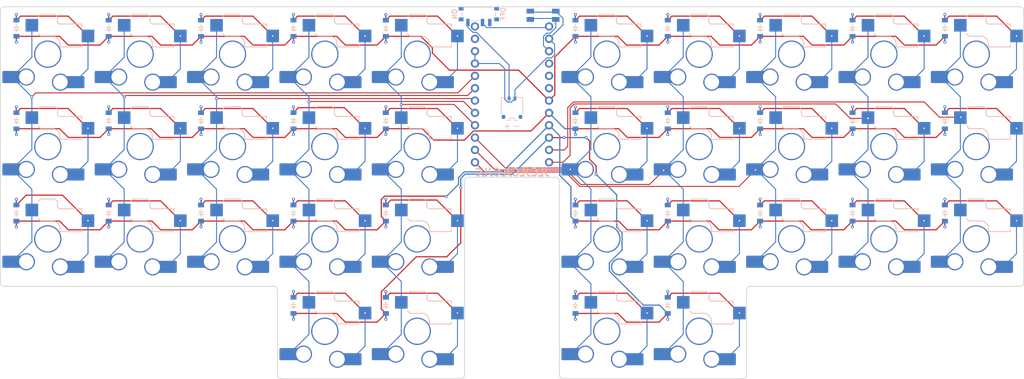
<source format=kicad_pcb>
(kicad_pcb (version 20241229) (generator "pcbnew") (generator_version "9.0")
  (title_block (title "board") (date "2025-05-04") (rev "v1.0.0") (company "Unknown"))
  (layers (0 "F.Cu" signal) (2 "B.Cu" signal) (13 "F.Paste" user) (15 "B.Paste" user) (5 "F.SilkS" user "F.Silkscreen") (7 "B.SilkS" user "B.Silkscreen") (1 "F.Mask" user) (3 "B.Mask" user) (25 "Edge.Cuts" user))
  (net 0 "")
  (net 1 "P2")
  (net 2 "leftpinky_bottom")
  (net 3 "GND")
  (net 4 "leftpinky_home")
  (net 5 "leftpinky_top")
  (net 6 "P3")
  (net 7 "leftring_bottom")
  (net 8 "leftring_home")
  (net 9 "leftring_top")
  (net 10 "P4")
  (net 11 "leftmiddle_bottom")
  (net 12 "leftmiddle_home")
  (net 13 "leftmiddle_top")
  (net 14 "P5")
  (net 15 "leftindex_thumb")
  (net 16 "leftindex_bottom")
  (net 17 "leftindex_home")
  (net 18 "leftindex_top")
  (net 19 "P6")
  (net 20 "leftinner_thumb")
  (net 21 "leftinner_bottom")
  (net 22 "leftinner_home")
  (net 23 "leftinner_top")
  (net 24 "P7")
  (net 25 "rightinner_thumb")
  (net 26 "rightinner_bottom")
  (net 27 "rightinner_home")
  (net 28 "rightinner_top")
  (net 29 "P8")
  (net 30 "rightindex_thumb")
  (net 31 "rightindex_bottom")
  (net 32 "rightindex_home")
  (net 33 "rightindex_top")
  (net 34 "P9")
  (net 35 "rightmiddle_bottom")
  (net 36 "rightmiddle_home")
  (net 37 "rightmiddle_top")
  (net 38 "P10")
  (net 39 "rightring_bottom")
  (net 40 "rightring_home")
  (net 41 "rightring_top")
  (net 42 "P16")
  (net 43 "rightpinky_bottom")
  (net 44 "rightpinky_home")
  (net 45 "rightpinky_top")
  (net 46 "P15")
  (net 47 "P18")
  (net 48 "P19")
  (net 49 "P14")
  (net 50 "RAW")
  (net 51 "RST")
  (net 52 "VCC")
  (net 53 "P21")
  (net 54 "P20")
  (net 55 "P1")
  (net 56 "P0")
  (net 57 "BAT_P")
  (footprint "ceoloide:diode_tht_sod123" (layer "F.Cu") (at 265.54 150.68 90)
    (property "Reference" "D29" (hide yes))
    (property "Value" "")
  )
  (footprint "ceoloide:diode_tht_sod123" (layer "F.Cu") (at 150.54 131.68 90)
    (property "Reference" "D12" (hide yes))
    (property "Value" "")
  )
  (footprint "ceoloide:diode_tht_sod123" (layer "F.Cu") (at 227.54 150.68 90)
    (property "Reference" "D23" (hide yes))
    (property "Value" "")
  )
  (footprint "ceoloide:diode_tht_sod123" (layer "F.Cu") (at 112.54 150.68 90)
    (property "Reference" "D4" (hide yes))
    (property "Value" "")
  )
  (footprint "ceoloide:diode_tht_sod123" (layer "F.Cu") (at 169.54 131.68 90)
    (property "Reference" "D16" (hide yes))
    (property "Value" "")
  )
  (footprint "ceoloide:diode_tht_sod123" (layer "F.Cu") (at 169.54 169.68 90)
    (property "Reference" "D14" (hide yes))
    (property "Value" "")
  )
  (footprint "ceoloide:diode_tht_sod123" (layer "F.Cu") (at 93.54 150.68 90)
    (property "Reference" "D1" (hide yes))
    (property "Value" "")
  )
  (footprint "ceoloide:diode_tht_sod123" (layer "F.Cu") (at 208.54 112.68 90)
    (property "Reference" "D21" (hide yes))
    (property "Value" "")
  )
  (footprint "ceoloide:diode_tht_sod123" (layer "F.Cu") (at 265.54 131.68 90)
    (property "Reference" "D30" (hide yes))
    (property "Value" "")
  )
  (footprint "ceoloide:diode_tht_sod123" (layer "F.Cu") (at 208.54 131.68 90)
    (property "Reference" "D20" (hide yes))
    (property "Value" "")
  )
  (footprint "ceoloide:diode_tht_sod123" (layer "F.Cu") (at 150.54 150.68 90)
    (property "Reference" "D11" (hide yes))
    (property "Value" "")
  )
  (footprint "ceoloide:diode_tht_sod123" (layer "F.Cu") (at 112.54 131.68 90)
    (property "Reference" "D5" (hide yes))
    (property "Value" "")
  )
  (footprint "ceoloide:diode_tht_sod123" (layer "F.Cu") (at 208.54 150.68 90)
    (property "Reference" "D19" (hide yes))
    (property "Value" "")
  )
  (footprint "ceoloide:mcu_supermini_nrf52840" (layer "F.Cu") (at 195.5 125)
    (property "Reference" "MCU1" (hide yes))
    (property "Value" "")
  )
  (footprint "ceoloide:diode_tht_sod123" (layer "F.Cu") (at 93.54 131.68 90)
    (property "Reference" "D2" (hide yes))
    (property "Value" "")
  )
  (footprint "ceoloide:diode_tht_sod123" (layer "F.Cu") (at 131.54 150.68 90)
    (property "Reference" "D7" (hide yes))
    (property "Value" "")
  )
  (footprint "ceoloide:diode_tht_sod123" (layer "F.Cu") (at 265.54 112.68 90)
    (property "Reference" "D31" (hide yes))
    (property "Value" "")
  )
  (footprint "ceoloide:diode_tht_sod123" (layer "F.Cu") (at 150.54 112.68 90)
    (property "Reference" "D13" (hide yes))
    (property "Value" "")
  )
  (footprint "ceoloide:diode_tht_sod123" (layer "F.Cu") (at 227.54 131.68 90)
    (property "Reference" "D24" (hide yes))
    (property "Value" "")
  )
  (footprint "ceoloide:diode_tht_sod123" (layer "F.Cu") (at 169.54 150.68 90)
    (property "Reference" "D15" (hide yes))
    (property "Value" "")
  )
  (footprint "ceoloide:diode_tht_sod123" (layer "F.Cu") (at 246.54 112.68 90)
    (property "Reference" "D28" (hide yes))
    (property "Value" "")
  )
  (footprint "ceoloide:diode_tht_sod123" (layer "F.Cu") (at 246.54 150.68 90)
    (property "Reference" "D26" (hide yes))
    (property "Value" "")
  )
  (footprint "ceoloide:diode_tht_sod123" (layer "F.Cu") (at 131.54 131.68 90)
    (property "Reference" "D8" (hide yes))
    (property "Value" "")
  )
  (footprint "ceoloide:diode_tht_sod123" (layer "F.Cu") (at 227.54 169.68 90)
    (property "Reference" "D22" (hide yes))
    (property "Value" "")
  )
  (footprint "ceoloide:diode_tht_sod123" (layer "F.Cu") (at 93.54 112.68 90)
    (property "Reference" "D3" (hide yes))
    (property "Value" "")
  )
  (footprint "ceoloide:diode_tht_sod123" (layer "F.Cu") (at 246.54 131.68 90)
    (property "Reference" "D27" (hide yes))
    (property "Value" "")
  )
  (footprint "ceoloide:diode_tht_sod123" (layer "F.Cu") (at 150.54 169.68 90)
    (property "Reference" "D10" (hide yes))
    (property "Value" "")
  )
  (footprint "ceoloide:diode_tht_sod123" (layer "F.Cu") (at 169.54 112.68 90)
    (property "Reference" "D17" (hide yes))
    (property "Value" "")
  )
  (footprint "ceoloide:diode_tht_sod123" (layer "F.Cu") (at 227.54 112.68 90)
    (property "Reference" "D25" (hide yes))
    (property "Value" "")
  )
  (footprint "ceoloide:diode_tht_sod123" (layer "F.Cu") (at 284.54 112.68 90)
    (property "Reference" "D34" (hide yes))
    (property "Value" "")
  )
  (footprint "ceoloide:diode_tht_sod123" (layer "F.Cu") (at 131.54 112.68 90)
    (property "Reference" "D9" (hide yes))
    (property "Value" "")
  )
  (footprint "ceoloide:diode_tht_sod123" (layer "F.Cu") (at 112.54 112.68 90)
    (property "Reference" "D6" (hide yes))
    (property "Value" "")
  )
  (footprint "ceoloide:diode_tht_sod123" (layer "F.Cu") (at 208.54 169.68 90)
    (property "Reference" "D18" (hide yes))
    (property "Value" "")
  )
  (footprint "ceoloide:diode_tht_sod123" (layer "F.Cu") (at 284.54 131.68 90)
    (property "Reference" "D33" (hide yes))
    (property "Value" "")
  )
  (footprint "ceoloide:diode_tht_sod123" (layer "F.Cu") (at 284.54 150.68 90)
    (property "Reference" "D32" (hide yes))
    (property "Value" "")
  )
  (footprint "ceoloide:switch_gateron_ks27_ks33" (layer "B.Cu") (at 272 118)
    (property "Reference" "S31" (hide yes))
    (property "Value" "")
  )
  (footprint "ceoloide:switch_gateron_ks27_ks33" (layer "B.Cu") (at 138 156)
    (property "Reference" "S7" (hide yes))
    (property "Value" "")
  )
  (footprint "ceoloide:switch_choc_v1_v2" (layer "B.Cu") (at 272 118)
    (property "Reference" "S65" (hide yes))
    (property "Value" "")
  )
  (footprint "ceoloide:switch_choc_v1_v2" (layer "B.Cu") (at 176 156)
    (property "Reference" "S49" (hide yes))
    (property "Value" "")
  )
  (footprint "ceoloide:switch_choc_v1_v2" (layer "B.Cu") (at 138 137)
    (property "Reference" "S42" (hide yes))
    (property "Value" "")
  )
  (footprint "ceoloide:battery_connector_molex_pico_ezmate_1x02" (layer "B.Cu") (at 195.5 129)
    (property "Reference" "CONN1" (hide yes))
    (property "Value" "")
  )
  (footprint "ceoloide:switch_gateron_ks27_ks33" (layer "B.Cu") (at 119 156)
    (property "Reference" "S4" (hide yes))
    (property "Value" "")
  )
  (footprint "ceoloide:switch_choc_v1_v2" (layer "B.Cu") (at 272 137)
    (property "Reference" "S64" (hide yes))
    (property "Value" "")
  )
  (footprint "ceoloide:switch_choc_v1_v2" (layer "B.Cu") (at 272 156)
    (property "Reference" "S63" (hide yes))
    (property "Value" "")
  )
  (footprint "ceoloide:switch_gateron_ks27_ks33" (layer "B.Cu") (at 272 156)
    (property "Reference" "S29" (hide yes))
    (property "Value" "")
  )
  (footprint "ceoloide:switch_gateron_ks27_ks33" (layer "B.Cu") (at 253 156)
    (property "Reference" "S26" (hide yes))
    (property "Value" "")
  )
  (footprint "ceoloide:switch_choc_v1_v2" (layer "B.Cu") (at 234 118)
    (property "Reference" "S59" (hide yes))
    (property "Value" "")
  )
  (footprint "ceoloide:switch_gateron_ks27_ks33" (layer "B.Cu") (at 176 137)
    (property "Reference" "S16" (hide yes))
    (property "Value" "")
  )
  (footprint "ceoloide:switch_gateron_ks27_ks33" (layer "B.Cu") (at 119 118)
    (property "Reference" "S6" (hide yes))
    (property "Value" "")
  )
  (footprint "ceoloide:switch_gateron_ks27_ks33" (layer "B.Cu") (at 119 137)
    (property "Reference" "S5" (hide yes))
    (property "Value" "")
  )
  (footprint "ceoloide:switch_gateron_ks27_ks33" (layer "B.Cu") (at 100 156)
    (property "Reference" "S1" (hide yes))
    (property "Value" "")
  )
  (footprint "ceoloide:switch_choc_v1_v2" (layer "B.Cu") (at 119 137)
    (property "Reference" "S39" (hide yes))
    (property "Value" "")
  )
  (footprint "ceoloide:switch_choc_v1_v2" (layer "B.Cu") (at 138 156)
    (property "Reference" "S41" (hide yes))
    (property "Value" "")
  )
  (footprint "ceoloide:switch_gateron_ks27_ks33" (layer "B.Cu") (at 100 137)
    (property "Reference" "S2" (hide yes))
    (property "Value" "")
  )
  (footprint "ceoloide:switch_choc_v1_v2" (layer "B.Cu") (at 157 118)
    (property "Reference" "S47" (hide yes))
    (property "Value" "")
  )
  (footprint "ceoloide:switch_choc_v1_v2" (layer "B.Cu") (at 215 118)
    (property "Reference" "S55" (hide yes))
    (property "Value" "")
  )
  (footprint "ceoloide:switch_gateron_ks27_ks33" (layer "B.Cu") (at 234 137)
    (property "Reference" "S24" (hide yes))
    (property "Value" "")
  )
  (footprint "ceoloide:switch_choc_v1_v2" (layer "B.Cu") (at 215 175)
    (property "Reference" "S52" (hide yes))
    (property "Value" "")
  )
  (footprint "ceoloide:switch_gateron_ks27_ks33" (layer "B.Cu") (at 157 137)
    (property "Reference" "S12" (hide yes))
    (property "Value" "")
  )
  (footprint "ceoloide:switch_choc_v1_v2" (layer "B.Cu") (at 100 156)
    (property "Reference" "S35" (hide yes))
    (property "Value" "")
  )
  (footprint "ceoloide:switch_gateron_ks27_ks33" (layer "B.Cu") (at 176 175)
    (property "Reference" "S14" (hide yes))
    (property "Value" "")
  )
  (footprint "ceoloide:switch_gateron_ks27_ks33" (layer "B.Cu") (at 291 137)
    (property "Reference" "S33" (hide yes))
    (property "Value" "")
  )
  (footprint "ceoloide:switch_choc_v1_v2" (layer "B.Cu") (at 157 156)
    (property "Reference" "S45" (hide yes))
    (property "Value" "")
  )
  (footprint "ceoloide:switch_choc_v1_v2" (layer "B.Cu") (at 234 156)
    (property "Reference" "S57" (hide yes))
    (property "Value" "")
  )
  (footprint "ceoloide:switch_choc_v1_v2" (layer "B.Cu") (at 215 137)
    (property "Reference" "S54" (hide yes))
    (property "Value" "")
  )
  (footprint "ceoloide:switch_choc_v1_v2" (layer "B.Cu") (at 253 118)
    (property "Reference" "S62" (hide yes))
    (property "Value" "")
  )
  (footprint "ceoloide:switch_choc_v1_v2" (layer "B.Cu") (at 100 118)
    (property "Reference" "S37" (hide yes))
    (property "Value" "")
  )
  (footprint "ceoloide:reset_switch_smd_side" (layer "B.Cu") (at 201.88 110)
    (property "Reference" "RST1" (hide yes))
    (property "Value" "")
  )
  (footprint "ceoloide:switch_gateron_ks27_ks33" (layer "B.Cu") (at 176 156)
    (property "Reference" "S15" (hide yes))
    (property "Value" "")
  )
  (footprint "ceoloide:switch_gateron_ks27_ks33" (layer "B.Cu") (at 272 137)
    (property "Reference" "S30" (hide yes))
    (property "Value" "")
  )
  (footprint "ceoloide:switch_choc_v1_v2" (layer "B.Cu") (at 291 118)
    (property "Reference" "S68" (hide yes))
    (property "Value" "")
  )
  (footprint "ceoloide:switch_choc_v1_v2" (layer "B.Cu") (at 234 137)
    (property "Reference" "S58" (hide yes))
    (property "Value" "")
  )
  (footprint "ceoloide:switch_gateron_ks27_ks33" (layer "B.Cu") (at 138 137)
    (property "Reference" "S8" (hide yes))
    (property "Value" "")
  )
  (footprint "ceoloide:switch_gateron_ks27_ks33" (layer "B.Cu") (at 138 118)
    (property "Reference" "S9" (hide yes))
    (property "Value" "")
  )
  (footprint "ceoloide:switch_choc_v1_v2" (layer "B.Cu") (at 291 137)
    (property "Reference" "S67" (hide yes))
    (property "Value" "")
  )
  (footprint "ceoloide:switch_gateron_ks27_ks33" (layer "B.Cu") (at 234 175)
    (property "Reference" "S22" (hide yes))
    (property "Value" "")
  )
  (footprint "ceoloide:switch_choc_v1_v2" (layer "B.Cu") (at 157 175)
    (property "Reference" "S44" (hide yes))
    (property "Value" "")
  )
  (footprint "ceoloide:switch_choc_v1_v2" (layer "B.Cu") (at 119 156)
    (property "Reference" "S38" (hide yes))
    (property "Value" "")
  )
  (footprint "ceoloide:switch_gateron_ks27_ks33" (layer "B.Cu") (at 157 118)
    (property "Reference" "S13" (hide yes))
    (property "Value" "")
  )
  (footprint "ceoloide:switch_gateron_ks27_ks33" (layer "B.Cu") (at 234 156)
    (property "Reference" "S23" (hide yes))
    (property "Value" "")
  )
  (footprint "ceoloide:switch_choc_v1_v2" (layer "B.Cu") (at 138 118)
    (property "Reference" "S43" (hide yes))
    (property "Value" "")
  )
  (footprint "ceoloide:switch_gateron_ks27_ks33" (layer "B.Cu") (at 100 118)
    (property "Reference" "S3" (hide yes))
    (property "Value" "")
  )
  (footprint "ceoloide:switch_choc_v1_v2" (layer "B.Cu") (at 176 175)
    (property "Reference" "S48" (hide yes))
    (property "Value" "")
  )
  (footprint "ceoloide:switch_gateron_ks27_ks33" (layer "B.Cu") (at 291 118)
    (property "Reference" "S34" (hide yes))
    (property "Value" "")
  )
  (footprint "ceoloide:switch_gateron_ks27_ks33" (layer "B.Cu") (at 234 118)
    (property "Reference" "S25" (hide yes))
    (property "Value" "")
  )
  (footprint "ceoloide:switch_choc_v1_v2" (layer "B.Cu") (at 157 137)
    (property "Reference" "S46" (hide yes))
    (property "Value" "")
  )
  (footprint "ceoloide:switch_gateron_ks27_ks33" (layer "B.Cu") (at 157 175)
    (property "Reference" "S10" (hide yes))
    (property "Value" "")
  )
  (footprint "ceoloide:switch_gateron_ks27_ks33" (layer "B.Cu") (at 253 118)
    (property "Reference" "S28" (hide yes))
    (property "Value" "")
  )
  (footprint "ceoloide:switch_choc_v1_v2" (layer "B.Cu") (at 176 137)
    (property "Reference" "S50" (hide yes))
    (property "Value" "")
  )
  (footprint "ceoloide:switch_gateron_ks27_ks33" (layer "B.Cu") (at 215 137)
    (property "Reference" "S20" (hide yes))
    (property "Value" "")
  )
  (footprint "ceoloide:switch_choc_v1_v2" (layer "B.Cu") (at 100 137)
    (property "Reference" "S36" (hide yes))
    (property "Value" "")
  )
  (footprint "ceoloide:switch_choc_v1_v2" (layer "B.Cu") (at 119 118)
    (property "Reference" "S40" (hide yes))
    (property "Value" "")
  )
  (footprint "ceoloide:switch_gateron_ks27_ks33" (layer "B.Cu") (at 176 118)
    (property "Reference" "S17" (hide yes))
    (property "Value" "")
  )
  (footprint "ceoloide:power_switch_smd_side" (layer "B.Cu") (at 188.68 109.75 90)
    (property "Reference" "PWR1" (hide yes))
    (property "Value" "")
  )
  (footprint "ceoloide:switch_gateron_ks27_ks33" (layer "B.Cu") (at 253 137)
    (property "Reference" "S27" (hide yes))
    (property "Value" "")
  )
  (footprint "ceoloide:switch_choc_v1_v2" (layer "B.Cu") (at 176 118)
    (property "Reference" "S51" (hide yes))
    (property "Value" "")
  )
  (footprint "ceoloide:switch_choc_v1_v2" (layer "B.Cu") (at 215 156)
    (property "Reference" "S53" (hide yes))
    (property "Value" "")
  )
  (footprint "ceoloide:switch_gateron_ks27_ks33" (layer "B.Cu") (at 215 118)
    (property "Reference" "S21" (hide yes))
    (property "Value" "")
  )
  (footprint "ceoloide:switch_gateron_ks27_ks33" (layer "B.Cu") (at 157 156)
    (property "Reference" "S11" (hide yes))
    (property "Value" "")
  )
  (footprint "ceoloide:switch_choc_v1_v2" (layer "B.Cu") (at 234 175)
    (property "Reference" "S56" (hide yes))
    (property "Value" "")
  )
  (footprint "ceoloide:switch_gateron_ks27_ks33" (layer "B.Cu") (at 215 175)
    (property "Reference" "S18" (hide yes))
    (property "Value" "")
  )
  (footprint "ceoloide:switch_choc_v1_v2" (layer "B.Cu") (at 253 156)
    (property "Reference" "S60" (hide yes))
    (property "Value" "")
  )
  (footprint "ceoloide:switch_choc_v1_v2" (layer "B.Cu") (at 253 137)
    (property "Reference" "S61" (hide yes))
    (property "Value" "")
  )
  (footprint "ceoloide:switch_choc_v1_v2" (layer "B.Cu") (at 291 156)
    (property "Reference" "S66" (hide yes))
    (property "Value" "")
  )
  (footprint "ceoloide:switch_gateron_ks27_ks33" (layer "B.Cu") (at 291 156)
    (property "Reference" "S32" (hide yes))
    (property "Value" "")
  )
  (footprint "ceoloide:switch_gateron_ks27_ks33" (layer "B.Cu") (at 215 156)
    (property "Reference" "S19" (hide yes))
    (property "Value" "")
  )
  (gr_line (start 91.05 108.25) (end 299.95 108.25) (stroke (width 0.15)) (layer "Edge.Cuts"))
  (gr_line (start 242.95 184.75) (end 206.05 184.75) (stroke (width 0.15)) (layer "Edge.Cuts"))
  (gr_line (start 299.95 165.75) (end 244.55 165.75) (stroke (width 0.15)) (layer "Edge.Cuts"))
  (gr_line (start 243.75 166.55) (end 243.75 183.95) (stroke (width 0.15)) (layer "Edge.Cuts"))
  (gr_arc (start 300.75 164.95) (mid 300.515685 165.515685) (end 299.95 165.75) (stroke (width 0.15)) (layer "Edge.Cuts"))
  (gr_line (start 205.25 144.125) (end 205.25 183.95) (stroke (width 0.15)) (layer "Edge.Cuts"))
  (gr_arc (start 243.75 183.95) (mid 243.515685 184.515685) (end 242.95 184.75) (stroke (width 0.15)) (layer "Edge.Cuts"))
  (gr_line (start 185.75 183.95) (end 185.75 144.125) (stroke (width 0.15)) (layer "Edge.Cuts"))
  (gr_arc (start 146.45 165.75) (mid 147.015685 165.984315) (end 147.25 166.55) (stroke (width 0.15)) (layer "Edge.Cuts"))
  (gr_arc (start 185.75 144.125) (mid 185.984315 143.559315) (end 186.55 143.325) (stroke (width 0.15)) (layer "Edge.Cuts"))
  (gr_line (start 300.75 109.05) (end 300.75 164.95) (stroke (width 0.15)) (layer "Edge.Cuts"))
  (gr_line (start 147.25 183.95) (end 147.25 166.55) (stroke (width 0.15)) (layer "Edge.Cuts"))
  (gr_arc (start 299.95 108.25) (mid 300.515685 108.484315) (end 300.75 109.05) (stroke (width 0.15)) (layer "Edge.Cuts"))
  (gr_line (start 90.25 164.95) (end 90.25 109.05) (stroke (width 0.15)) (layer "Edge.Cuts"))
  (gr_arc (start 90.25 109.05) (mid 90.484315 108.484315) (end 91.05 108.25) (stroke (width 0.15)) (layer "Edge.Cuts"))
  (gr_arc (start 148.05 184.75) (mid 147.484315 184.515685) (end 147.25 183.95) (stroke (width 0.15)) (layer "Edge.Cuts"))
  (gr_arc (start 91.05 165.75) (mid 90.484315 165.515685) (end 90.25 164.95) (stroke (width 0.15)) (layer "Edge.Cuts"))
  (gr_arc (start 206.05 184.75) (mid 205.484315 184.515685) (end 205.25 183.95) (stroke (width 0.15)) (layer "Edge.Cuts"))
  (gr_line (start 146.45 165.75) (end 91.05 165.75) (stroke (width 0.15)) (layer "Edge.Cuts"))
  (gr_line (start 186.55 143.325) (end 204.45 143.325) (stroke (width 0.15)) (layer "Edge.Cuts"))
  (gr_arc (start 243.75 166.55) (mid 243.984315 165.984315) (end 244.55 165.75) (stroke (width 0.15)) (layer "Edge.Cuts"))
  (gr_arc (start 204.45 143.325) (mid 205.015685 143.559315) (end 205.25 144.125) (stroke (width 0.15)) (layer "Edge.Cuts"))
  (gr_line (start 184.95 184.75) (end 148.05 184.75) (stroke (width 0.15)) (layer "Edge.Cuts"))
  (gr_arc (start 185.75 183.95) (mid 185.515685 184.515685) (end 184.95 184.75) (stroke (width 0.15)) (layer "Edge.Cuts"))
  (gr_text "JLCJLCJLCJLC" (at 203.45 143.2 0) (layer "B.SilkS") (effects (font (size 1.5 1.5) (thickness 0.3) (bold yes)) (justify left bottom mirror)))
  (segment (start 97.546 125.954) (end 96.725 126.775) (width 0.2) (layer "F.Cu") (net 1))
  (segment (start 187.88 122.46) (end 184.386 125.954) (width 0.2) (layer "F.Cu") (net 1))
  (segment (start 184.386 125.954) (end 97.546 125.954) (width 0.2) (layer "F.Cu") (net 1))
  (via (at 96.725 126.775) (size 0.6) (drill 0.3) (layers "F.Cu" "B.Cu") (net 1))
  (segment (start 96.725 145.775) (end 96.725 150.05) (width 0.2) (layer "B.Cu") (net 1))
  (segment (start 96.725 156.625) (end 92.65 160.7) (width 0.2) (layer "B.Cu") (net 1))
  (segment (start 96.725 126.775) (end 96.725 131.05) (width 0.2) (layer "B.Cu") (net 1))
  (segment (start 92.65 141.7) (end 96.725 145.775) (width 0.2) (layer "B.Cu") (net 1))
  (segment (start 96.725 137.625) (end 92.65 141.7) (width 0.2) (layer "B.Cu") (net 1))
  (segment (start 96.725 131.05) (end 96.725 137.625) (width 0.2) (layer "B.Cu") (net 1))
  (segment (start 96.725 150.05) (end 96.725 156.625) (width 0.2) (layer "B.Cu") (net 1))
  (segment (start 96.725 118.625) (end 92.65 122.7) (width 0.2) (layer "B.Cu") (net 1))
  (segment (start 96.725 112.05) (end 96.725 118.625) (width 0.2) (layer "B.Cu") (net 1))
  (segment (start 92.65 122.7) (end 96.725 126.775) (width 0.2) (layer "B.Cu") (net 1))
  (segment (start 95.57 147) (end 103.025 147) (width 0.25) (layer "F.Cu") (net 2))
  (segment (start 103.025 147) (end 108.275 152.25) (width 0.25) (layer "F.Cu") (net 2))
  (segment (start 93.54 149.03) (end 93.54 147.83) (width 0.25) (layer "F.Cu") (net 2))
  (segment (start 93.54 149.03) (end 95.57 147) (width 0.25) (layer "F.Cu") (net 2))
  (via (at 93.54 147.83) (size 0.6) (drill 0.3) (layers "F.Cu" "B.Cu") (net 2))
  (via (at 108.275 152.25) (size 0.6) (drill 0.3) (layers "F.Cu" "B.Cu") (net 2))
  (segment (start 93.54 147.83) (end 93.54 149.03) (width 0.25) (layer "B.Cu") (net 2))
  (segment (start 108.275 159.025) (end 105.55 161.75) (width 0.2) (layer "B.Cu") (net 2))
  (segment (start 108.275 152.25) (end 108.275 159.025) (width 0.2) (layer "B.Cu") (net 2))
  (segment (start 203.12 114.84) (end 204.271 115.991) (width 0.2) (layer "B.Cu") (net 3))
  (segment (start 196.1 125.31224) (end 196.1 127.125) (width 0.2) (layer "B.Cu") (net 3))
  (segment (start 199.456 109.351) (end 204.304 109.351) (width 0.2) (layer "B.Cu") (net 3))
  (segment (start 192.92 119.92) (end 187.88 119.92) (width 0.2) (layer "B.Cu") (net 3))
  (segment (start 194.559032 127.851) (end 194 127.291968) (width 0.2) (layer "B.Cu") (net 3))
  (segment (start 187.88 119.92) (end 187.88 117.38) (width 0.2) (layer "B.Cu") (net 3))
  (segment (start 194 127.291968) (end 194 121) (width 0.2) (layer "B.Cu") (net 3))
  (segment (start 194 121) (end 192.92 119.92) (width 0.2) (layer "B.Cu") (net 3))
  (segment (start 206 110.645) (end 206 111.96) (width 0.2) (layer "B.Cu") (net 3))
  (segment (start 196.1 127.125) (end 195.374 127.851) (width 0.2) (layer "B.Cu") (net 3))
  (segment (start 204.271 115.991) (end 204.271 118.09476) (width 0.2) (layer "B.Cu") (net 3))
  (segment (start 203.59676 118.769) (end 202.64324 118.769) (width 0.2) (layer "B.Cu") (net 3))
  (segment (start 206 111.96) (end 203.12 114.84) (width 0.2) (layer "B.Cu") (net 3))
  (segment (start 204.304 109.351) (end 204.505 109.15) (width 0.2) (layer "B.Cu") (net 3))
  (segment (start 204.505 109.15) (end 206 110.645) (width 0.2) (layer "B.Cu") (net 3))
  (segment (start 199.255 109.15) (end 199.456 109.351) (width 0.2) (layer "B.Cu") (net 3))
  (segment (start 204.271 118.09476) (end 203.59676 118.769) (width 0.2) (layer "B.Cu") (net 3))
  (segment (start 195.374 127.851) (end 194.559032 127.851) (width 0.2) (layer "B.Cu") (net 3))
  (segment (start 202.64324 118.769) (end 196.1 125.31224) (width 0.2) (layer "B.Cu") (net 3))
  (segment (start 94.396 129.174) (end 104.199 129.174) (width 0.25) (layer "F.Cu") (net 4))
  (segment (start 93.54 130.03) (end 93.54 128.83) (width 0.25) (layer "F.Cu") (net 4))
  (segment (start 93.54 130.03) (end 94.396 129.174) (width 0.25) (layer "F.Cu") (net 4))
  (segment (start 104.199 129.174) (end 108.275 133.25) (width 0.25) (layer "F.Cu") (net 4))
  (via (at 108.275 133.25) (size 0.6) (drill 0.3) (layers "F.Cu" "B.Cu") (net 4))
  (via (at 93.54 128.83) (size 0.6) (drill 0.3) (layers "F.Cu" "B.Cu") (net 4))
  (segment (start 108.275 133.25) (end 108.275 140.025) (width 0.2) (layer "B.Cu") (net 4))
  (segment (start 93.54 128.83) (end 93.54 130.03) (width 0.25) (layer "B.Cu") (net 4))
  (segment (start 108.275 140.025) (end 105.55 142.75) (width 0.2) (layer "B.Cu") (net 4))
  (segment (start 93.54 111.03) (end 94.396 110.174) (width 0.25) (layer "F.Cu") (net 5))
  (segment (start 93.54 111.03) (end 93.54 109.83) (width 0.25) (layer "F.Cu") (net 5))
  (segment (start 94.396 110.174) (end 104.199 110.174) (width 0.25) (layer "F.Cu") (net 5))
  (segment (start 104.199 110.174) (end 108.275 114.25) (width 0.25) (layer "F.Cu") (net 5))
  (via (at 93.54 109.83) (size 0.6) (drill 0.3) (layers "F.Cu" "B.Cu") (net 5))
  (via micro (at 108.275 114.25) (size 0.3) (drill 0.1) (layers "F.Cu" "B.Cu") (net 5))
  (segment (start 108.275 121.025) (end 105.55 123.75) (width 0.2) (layer "B.Cu") (net 5))
  (segment (start 93.54 109.83) (end 93.54 111.03) (width 0.25) (layer "B.Cu") (net 5))
  (segment (start 108.275 114.25) (end 108.275 121.025) (width 0.2) (layer "B.Cu") (net 5))
  (segment (start 186.38 126.5) (end 187.88 125) (width 0.2) (layer "F.Cu") (net 6))
  (segment (start 116.085 126.5) (end 186.38 126.5) (width 0.2) (layer "F.Cu") (net 6))
  (segment (start 115.725 126.86) (end 116.085 126.5) (width 0.2) (layer "F.Cu") (net 6))
  (via (at 115.725 126.86) (size 0.6) (drill 0.3) (layers "F.Cu" "B.Cu") (net 6))
  (segment (start 115.725 118.625) (end 111.65 122.7) (width 0.2) (layer "B.Cu") (net 6))
  (segment (start 115.725 126.86) (end 115.725 131.05) (width 0.2) (layer "B.Cu") (net 6))
  (segment (start 111.65 141.7) (end 115.725 145.775) (width 0.2) (layer "B.Cu") (net 6))
  (segment (start 115.725 145.775) (end 115.725 150.05) (width 0.2) (layer "B.Cu") (net 6))
  (segment (start 115.725 150.05) (end 115.725 156.625) (width 0.2) (layer "B.Cu") (net 6))
  (segment (start 111.65 122.7) (end 115.725 126.775) (width 0.2) (layer "B.Cu") (net 6))
  (segment (start 115.725 131.05) (end 115.725 137.625) (width 0.2) (layer "B.Cu") (net 6))
  (segment (start 115.725 156.625) (end 111.65 160.7) (width 0.2) (layer "B.Cu") (net 6))
  (segment (start 115.725 112.05) (end 115.725 118.625) (width 0.2) (layer "B.Cu") (net 6))
  (segment (start 115.725 126.775) (end 115.725 126.86) (width 0.2) (layer "B.Cu") (net 6))
  (segment (start 115.725 137.625) (end 111.65 141.7) (width 0.2) (layer "B.Cu") (net 6))
  (segment (start 112.54 149.03) (end 112.54 147.83) (width 0.25) (layer "F.Cu") (net 7))
  (segment (start 123.199 148.174) (end 127.275 152.25) (width 0.25) (layer "F.Cu") (net 7))
  (segment (start 112.54 149.03) (end 113.396 148.174) (width 0.25) (layer "F.Cu") (net 7))
  (segment (start 113.396 148.174) (end 123.199 148.174) (width 0.25) (layer "F.Cu") (net 7))
  (via (at 112.54 147.83) (size 0.6) (drill 0.3) (layers "F.Cu" "B.Cu") (net 7))
  (via (at 127.275 152.25) (size 0.6) (drill 0.3) (layers "F.Cu" "B.Cu") (net 7))
  (segment (start 127.275 152.25) (end 127.275 159.025) (width 0.2) (layer "B.Cu") (net 7))
  (segment (start 127.275 159.025) (end 124.55 161.75) (width 0.2) (layer "B.Cu") (net 7))
  (segment (start 112.54 147.83) (end 112.54 149.03) (width 0.25) (layer "B.Cu") (net 7))
  (segment (start 112.54 130.03) (end 112.54 128.83) (width 0.25) (layer "F.Cu") (net 8))
  (segment (start 112.54 130.03) (end 113.396 129.174) (width 0.25) (layer "F.Cu") (net 8))
  (segment (start 123.199 129.174) (end 127.275 133.25) (width 0.25) (layer "F.Cu") (net 8))
  (segment (start 113.396 129.174) (end 123.199 129.174) (width 0.25) (layer "F.Cu") (net 8))
  (via (at 112.54 128.83) (size 0.6) (drill 0.3) (layers "F.Cu" "B.Cu") (net 8))
  (via (at 127.275 133.25) (size 0.6) (drill 0.3) (layers "F.Cu" "B.Cu") (net 8))
  (segment (start 127.275 133.25) (end 127.275 140.025) (width 0.2) (layer "B.Cu") (net 8))
  (segment (start 127.275 140.025) (end 124.55 142.75) (width 0.2) (layer "B.Cu") (net 8))
  (segment (start 112.54 128.83) (end 112.54 130.03) (width 0.25) (layer "B.Cu") (net 8))
  (segment (start 112.54 111.03) (end 112.54 109.83) (width 0.25) (layer "F.Cu") (net 9))
  (segment (start 113.396 110.174) (end 123.199 110.174) (width 0.25) (layer "F.Cu") (net 9))
  (segment (start 112.54 111.03) (end 113.396 110.174) (width 0.25) (layer "F.Cu") (net 9))
  (segment (start 123.199 110.174) (end 127.275 114.25) (width 0.25) (layer "F.Cu") (net 9))
  (via (at 127.275 114.25) (size 0.6) (drill 0.3) (layers "F.Cu" "B.Cu") (net 9))
  (via (at 112.54 109.83) (size 0.6) (drill 0.3) (layers "F.Cu" "B.Cu") (net 9))
  (segment (start 127.275 121.025) (end 124.55 123.75) (width 0.2) (layer "B.Cu") (net 9))
  (segment (start 112.54 109.83) (end 112.54 111.03) (width 0.25) (layer "B.Cu") (net 9))
  (segment (start 127.275 114.25) (end 127.275 121.025) (width 0.2) (layer "B.Cu") (net 9))
  (segment (start 187.47 127.13) (end 134.725 127.13) (width 0.2) (layer "F.Cu") (net 10))
  (segment (start 187.88 127.54) (end 187.47 127.13) (width 0.2) (layer "F.Cu") (net 10))
  (via (at 134.725 127.13) (size 0.6) (drill 0.3) (layers "F.Cu" "B.Cu") (net 10))
  (segment (start 130.65 122.7) (end 134.725 126.775) (width 0.2) (layer "B.Cu") (net 10))
  (segment (start 134.725 156.625) (end 130.65 160.7) (width 0.2) (layer "B.Cu") (net 10))
  (segment (start 134.725 127.13) (end 134.725 131.05) (width 0.2) (layer "B.Cu") (net 10))
  (segment (start 134.725 126.775) (end 134.725 127.13) (width 0.2) (layer "B.Cu") (net 10))
  (segment (start 134.725 112.05) (end 134.725 118.625) (width 0.2) (layer "B.Cu") (net 10))
  (segment (start 130.65 141.7) (end 134.725 145.775) (width 0.2) (layer "B.Cu") (net 10))
  (segment (start 134.725 145.775) (end 134.725 150.05) (width 0.2) (layer "B.Cu") (net 10))
  (segment (start 134.725 137.625) (end 130.65 141.7) (width 0.2) (layer "B.Cu") (net 10))
  (segment (start 134.725 118.625) (end 130.65 122.7) (width 0.2) (layer "B.Cu") (net 10))
  (segment (start 134.725 131.05) (end 134.725 137.625) (width 0.2) (layer "B.Cu") (net 10))
  (segment (start 134.725 150.05) (end 134.725 156.625) (width 0.2) (layer "B.Cu") (net 10))
  (segment (start 142.199 148.174) (end 146.275 152.25) (width 0.25) (layer "F.Cu") (net 11))
  (segment (start 131.54 149.03) (end 132.396 148.174) (width 0.25) (layer "F.Cu") (net 11))
  (segment (start 132.396 148.174) (end 142.199 148.174) (width 0.25) (layer "F.Cu") (net 11))
  (segment (start 131.54 149.03) (end 131.54 147.83) (width 0.25) (layer "F.Cu") (net 11))
  (via (at 146.275 152.25) (size 0.6) (drill 0.3) (layers "F.Cu" "B.Cu") (net 11))
  (via (at 131.54 147.83) (size 0.6) (drill 0.3) (layers "F.Cu" "B.Cu") (net 11))
  (segment (start 146.275 159.025) (end 143.55 161.75) (width 0.2) (layer "B.Cu") (net 11))
  (segment (start 146.275 152.25) (end 146.275 159.025) (width 0.2) (layer "B.Cu") (net 11))
  (segment (start 131.54 147.83) (end 131.54 149.03) (width 0.25) (layer "B.Cu") (net 11))
  (segment (start 142.199 129.174) (end 146.275 133.25) (width 0.25) (layer "F.Cu") (net 12))
  (segment (start 131.54 130.03) (end 131.54 128.83) (width 0.25) (layer "F.Cu") (net 12))
  (segment (start 132.396 129.174) (end 142.199 129.174) (width 0.25) (layer "F.Cu") (net 12))
  (segment (start 131.54 130.03) (end 132.396 129.174) (width 0.25) (layer "F.Cu") (net 12))
  (via (at 131.54 128.83) (size 0.6) (drill 0.3) (layers "F.Cu" "B.Cu") (net 12))
  (via (at 146.275 133.25) (size 0.6) (drill 0.3) (layers "F.Cu" "B.Cu") (net 12))
  (segment (start 146.275 133.25) (end 146.275 140.025) (width 0.2) (layer "B.Cu") (net 12))
  (segment (start 131.54 128.83) (end 131.54 130.03) (width 0.25) (layer "B.Cu") (net 12))
  (segment (start 146.275 140.025) (end 143.55 142.75) (width 0.2) (layer "B.Cu") (net 12))
  (segment (start 131.54 111.03) (end 132.396 110.174) (width 0.25) (layer "F.Cu") (net 13))
  (segment (start 142.199 110.174) (end 146.275 114.25) (width 0.25) (layer "F.Cu") (net 13))
  (segment (start 131.54 111.03) (end 131.54 109.83) (width 0.25) (layer "F.Cu") (net 13))
  (segment (start 132.396 110.174) (end 142.199 110.174) (width 0.25) (layer "F.Cu") (net 13))
  (via (at 131.54 109.83) (size 0.6) (drill 0.3) (layers "F.Cu" "B.Cu") (net 13))
  (via (at 146.275 114.25) (size 0.6) (drill 0.3) (layers "F.Cu" "B.Cu") (net 13))
  (segment (start 146.275 114.25) (end 146.275 121.025) (width 0.2) (layer "B.Cu") (net 13))
  (segment (start 131.54 109.83) (end 131.54 111.03) (width 0.25) (layer "B.Cu") (net 13))
  (segment (start 146.275 121.025) (end 143.55 123.75) (width 0.2) (layer "B.Cu") (net 13))
  (segment (start 187.88 130.08) (end 185.529 127.729) (width 0.2) (layer "F.Cu") (net 14))
  (segment (start 153.776 127.729) (end 153.725 127.78) (width 0.2) (layer "F.Cu") (net 14))
  (segment (start 185.529 127.729) (end 153.776 127.729) (width 0.2) (layer "F.Cu") (net 14))
  (via (at 153.725 127.78) (size 0.6) (drill 0.3) (layers "F.Cu" "B.Cu") (net 14))
  (segment (start 153.725 164.775) (end 153.725 169.05) (width 0.2) (layer "B.Cu") (net 14))
  (segment (start 153.725 127.78) (end 153.725 126.775) (width 0.2) (layer "B.Cu") (net 14))
  (segment (start 153.725 127.89) (end 153.725 131.05) (width 0.2) (layer "B.Cu") (net 14))
  (segment (start 153.725 118.625) (end 149.65 122.7) (width 0.2) (layer "B.Cu") (net 14))
  (segment (start 149.65 141.7) (end 153.725 145.775) (width 0.2) (layer "B.Cu") (net 14))
  (segment (start 153.725 131.05) (end 153.725 137.625) (width 0.2) (layer "B.Cu") (net 14))
  (segment (start 149.65 160.7) (end 153.725 164.775) (width 0.2) (layer "B.Cu") (net 14))
  (segment (start 153.725 175.625) (end 149.65 179.7) (width 0.2) (layer "B.Cu") (net 14))
  (segment (start 153.725 150.05) (end 153.725 156.625) (width 0.2) (layer "B.Cu") (net 14))
  (segment (start 153.725 126.775) (end 149.65 122.7) (width 0.2) (layer "B.Cu") (net 14))
  (segment (start 153.725 112.05) (end 153.725 118.625) (width 0.2) (layer "B.Cu") (net 14))
  (segment (start 153.725 156.625) (end 149.65 160.7) (width 0.2) (layer "B.Cu") (net 14))
  (segment (start 153.725 169.05) (end 153.725 175.625) (width 0.2) (layer "B.Cu") (net 14))
  (segment (start 153.725 137.625) (end 149.65 141.7) (width 0.2) (layer "B.Cu") (net 14))
  (segment (start 153.725 127.89) (end 153.725 127.78) (width 0.2) (layer "B.Cu") (net 14))
  (segment (start 153.725 145.775) (end 153.725 150.05) (width 0.2) (layer "B.Cu") (net 14))
  (segment (start 150.54 168.03) (end 151.396 167.174) (width 0.25) (layer "F.Cu") (net 15))
  (segment (start 161.199 167.174) (end 165.275 171.25) (width 0.25) (layer "F.Cu") (net 15))
  (segment (start 150.54 168.03) (end 150.54 166.83) (width 0.25) (layer "F.Cu") (net 15))
  (segment (start 151.396 167.174) (end 161.199 167.174) (width 0.25) (layer "F.Cu") (net 15))
  (via (at 165.275 171.25) (size 0.6) (drill 0.3) (layers "F.Cu" "B.Cu") (net 15))
  (via (at 150.54 166.83) (size 0.6) (drill 0.3) (layers "F.Cu" "B.Cu") (net 15))
  (segment (start 165.275 178.025) (end 162.55 180.75) (width 0.2) (layer "B.Cu") (net 15))
  (segment (start 165.275 171.25) (end 165.275 178.025) (width 0.2) (layer "B.Cu") (net 15))
  (segment (start 150.54 166.83) (end 150.54 168.03) (width 0.25) (layer "B.Cu") (net 15))
  (segment (start 151.396 148.174) (end 161.199 148.174) (width 0.25) (layer "F.Cu") (net 16))
  (segment (start 150.54 149.03) (end 151.396 148.174) (width 0.25) (layer "F.Cu") (net 16))
  (segment (start 161.199 148.174) (end 165.275 152.25) (width 0.25) (layer "F.Cu") (net 16))
  (segment (start 150.54 149.03) (end 150.54 147.83) (width 0.25) (layer "F.Cu") (net 16))
  (via (at 150.54 147.83) (size 0.6) (drill 0.3) (layers "F.Cu" "B.Cu") (net 16))
  (via (at 165.275 152.25) (size 0.6) (drill 0.3) (layers "F.Cu" "B.Cu") (net 16))
  (segment (start 150.54 147.83) (end 150.54 149.03) (width 0.25) (layer "B.Cu") (net 16))
  (segment (start 165.275 159.025) (end 162.55 161.75) (width 0.2) (layer "B.Cu") (net 16))
  (segment (start 165.275 152.25) (end 165.275 159.025) (width 0.2) (layer "B.Cu") (net 16))
  (segment (start 151.57 129) (end 161.025 129) (width 0.25) (layer "F.Cu") (net 17))
  (segment (start 161.025 129) (end 165.275 133.25) (width 0.25) (layer "F.Cu") (net 17))
  (segment (start 150.54 130.03) (end 150.54 128.83) (width 0.25) (layer "F.Cu") (net 17))
  (segment (start 150.54 130.03) (end 151.57 129) (width 0.25) (layer "F.Cu") (net 17))
  (via (at 150.54 128.83) (size 0.6) (drill 0.3) (layers "F.Cu" "B.Cu") (net 17))
  (via (at 165.275 133.25) (size 0.6) (drill 0.3) (layers "F.Cu" "B.Cu") (net 17))
  (segment (start 165.275 133.25) (end 165.275 140.025) (width 0.2) (layer "B.Cu") (net 17))
  (segment (start 165.275 140.025) (end 162.55 142.75) (width 0.2) (layer "B.Cu") (net 17))
  (segment (start 150.54 128.83) (end 150.54 130.03) (width 0.25) (layer "B.Cu") (net 17))
  (segment (start 151.396 110.174) (end 161.199 110.174) (width 0.25) (layer "F.Cu") (net 18))
  (segment (start 150.54 111.03) (end 151.396 110.174) (width 0.25) (layer "F.Cu") (net 18))
  (segment (start 161.199 110.174) (end 165.275 114.25) (width 0.25) (layer "F.Cu") (net 18))
  (segment (start 150.54 111.03) (end 150.54 109.83) (width 0.25) (layer "F.Cu") (net 18))
  (via (at 165.275 114.25) (size 0.6) (drill 0.3) (layers "F.Cu" "B.Cu") (net 18))
  (via (at 150.54 109.83) (size 0.6) (drill 0.3) (layers "F.Cu" "B.Cu") (net 18))
  (segment (start 150.54 109.83) (end 150.54 111.03) (width 0.25) (layer "B.Cu") (net 18))
  (segment (start 165.275 114.25) (end 165.275 121.025) (width 0.2) (layer "B.Cu") (net 18))
  (segment (start 165.275 121.025) (end 162.55 123.75) (width 0.2) (layer "B.Cu") (net 18))
  (segment (start 183.59 128.33) (end 187.88 132.62) (width 0.2) (layer "F.Cu") (net 19))
  (segment (start 172.725 128.33) (end 183.59 128.33) (width 0.2) (layer "F.Cu") (net 19))
  (via (at 172.725 128.33) (size 0.6) (drill 0.3) (layers "F.Cu" "B.Cu") (net 19))
  (segment (start 168.65 141.7) (end 172.725 145.775) (width 0.2) (layer "B.Cu") (net 19))
  (segment (start 172.725 150.05) (end 172.725 156.625) (width 0.2) (layer "B.Cu") (net 19))
  (segment (start 172.725 137.625) (end 168.65 141.7) (width 0.2) (layer "B.Cu") (net 19))
  (segment (start 172.725 131.05) (end 172.725 137.625) (width 0.2) (layer "B.Cu") (net 19))
  (segment (start 172.725 175.625) (end 168.65 179.7) (width 0.2) (layer "B.Cu") (net 19))
  (segment (start 172.725 128.33) (end 172.725 131.05) (width 0.2) (layer "B.Cu") (net 19))
  (segment (start 172.725 126.775) (end 172.725 128.33) (width 0.2) (layer "B.Cu") (net 19))
  (segment (start 168.65 160.7) (end 172.725 164.775) (width 0.2) (layer "B.Cu") (net 19))
  (segment (start 172.725 118.625) (end 168.65 122.7) (width 0.2) (layer "B.Cu") (net 19))
  (segment (start 172.725 164.775) (end 172.725 169.05) (width 0.2) (layer "B.Cu") (net 19))
  (segment (start 172.725 156.625) (end 168.65 160.7) (width 0.2) (layer "B.Cu") (net 19))
  (segment (start 168.65 122.7) (end 172.725 126.775) (width 0.2) (layer "B.Cu") (net 19))
  (segment (start 172.725 169.05) (end 172.725 175.625) (width 0.2) (layer "B.Cu") (net 19))
  (segment (start 172.725 145.775) (end 172.725 150.05) (width 0.2) (layer "B.Cu") (net 19))
  (segment (start 172.725 112.05) (end 172.725 118.625) (width 0.2) (layer "B.Cu") (net 19))
  (segment (start 180.199 167.174) (end 184.275 171.25) (width 0.25) (layer "F.Cu") (net 20))
  (segment (start 169.54 168.03) (end 169.54 166.83) (width 0.25) (layer "F.Cu") (net 20))
  (segment (start 170.396 167.174) (end 180.199 167.174) (width 0.25) (layer "F.Cu") (net 20))
  (segment (start 169.54 168.03) (end 170.396 167.174) (width 0.25) (layer "F.Cu") (net 20))
  (via (at 184.275 171.25) (size 0.6) (drill 0.3) (layers "F.Cu" "B.Cu") (net 20))
  (via (at 169.54 166.83) (size 0.6) (drill 0.3) (layers "F.Cu" "B.Cu") (net 20))
  (segment (start 184.275 171.25) (end 184.275 178.025) (width 0.2) (layer "B.Cu") (net 20))
  (segment (start 184.275 178.025) (end 181.55 180.75) (width 0.2) (layer "B.Cu") (net 20))
  (segment (start 169.54 166.83) (end 169.54 168.03) (width 0.25) (layer "B.Cu") (net 20))
  (segment (start 170.57 148) (end 180.025 148) (width 0.25) (layer "F.Cu") (net 21))
  (segment (start 169.54 149.03) (end 170.57 148) (width 0.25) (layer "F.Cu") (net 21))
  (segment (start 180.025 148) (end 184.275 152.25) (width 0.25) (layer "F.Cu") (net 21))
  (segment (start 169.54 149.03) (end 169.54 147.83) (width 0.25) (layer "F.Cu") (net 21))
  (via (at 184.275 152.25) (size 0.6) (drill 0.3) (layers "F.Cu" "B.Cu") (net 21))
  (via (at 169.54 147.83) (size 0.6) (drill 0.3) (layers "F.Cu" "B.Cu") (net 21))
  (segment (start 184.275 152.25) (end 184.275 159.025) (width 0.2) (layer "B.Cu") (net 21))
  (segment (start 184.275 159.025) (end 181.55 161.75) (width 0.2) (layer "B.Cu") (net 21))
  (segment (start 169.54 147.83) (end 169.54 149.03) (width 0.25) (layer "B.Cu") (net 21))
  (segment (start 169.54 130.03) (end 169.54 128.83) (width 0.25) (layer "F.Cu") (net 22))
  (segment (start 169.54 130.03) (end 170.396 129.174) (width 0.25) (layer "F.Cu") (net 22))
  (segment (start 180.199 129.174) (end 184.275 133.25) (width 0.25) (layer "F.Cu") (net 22))
  (segment (start 170.396 129.174) (end 180.199 129.174) (width 0.25) (layer "F.Cu") (net 22))
  (via (at 184.275 133.25) (size 0.6) (drill 0.3) (layers "F.Cu" "B.Cu") (net 22))
  (via (at 169.54 128.83) (size 0.6) (drill 0.3) (layers "F.Cu" "B.Cu") (net 22))
  (segment (start 169.54 128.83) (end 169.54 130.03) (width 0.25) (layer "B.Cu") (net 22))
  (segment (start 184.275 133.25) (end 184.275 140.025) (width 0.2) (layer "B.Cu") (net 22))
  (segment (start 184.275 140.025) (end 181.55 142.75) (width 0.2) (layer "B.Cu") (net 22))
  (segment (start 180.199 110.174) (end 184.275 114.25) (width 0.25) (layer "F.Cu") (net 23))
  (segment (start 169.54 111.03) (end 170.396 110.174) (width 0.25) (layer "F.Cu") (net 23))
  (segment (start 169.54 111.03) (end 169.54 109.83) (width 0.25) (layer "F.Cu") (net 23))
  (segment (start 170.396 110.174) (end 180.199 110.174) (width 0.25) (layer "F.Cu") (net 23))
  (via (at 169.54 109.83) (size 0.6) (drill 0.3) (layers "F.Cu" "B.Cu") (net 23))
  (via (at 184.275 114.25) (size 0.6) (drill 0.3) (layers "F.Cu" "B.Cu") (net 23))
  (segment (start 184.275 121.025) (end 181.55 123.75) (width 0.2) (layer "B.Cu") (net 23))
  (segment (start 169.54 109.83) (end 169.54 111.03) (width 0.25) (layer "B.Cu") (net 23))
  (segment (start 184.275 114.25) (end 184.275 121.025) (width 0.2) (layer "B.Cu") (net 23))
  (segment (start 207.17 141.43) (end 194.15 141.43) (width 0.2) (layer "F.Cu") (net 24))
  (segment (start 207.46 141.72) (end 207.17 141.43) (width 0.2) (layer "F.Cu") (net 24))
  (segment (start 194.15 141.43) (end 187.88 135.16) (width 0.2) (layer "F.Cu") (net 24))
  (via (at 207.46 141.72) (size 0.6) (drill 0.3) (layers "F.Cu" "B.Cu") (net 24))
  (segment (start 211.725 150.05) (end 211.725 156.625) (width 0.2) (layer "B.Cu") (net 24))
  (segment (start 211.725 137.625) (end 207.65 141.7) (width 0.2) (layer "B.Cu") (net 24))
  (segment (start 211.725 131.05) (end 211.725 137.625) (width 0.2) (layer "B.Cu") (net 24))
  (segment (start 207.65 161.15) (end 211.725 165.225) (width 0.2) (layer "B.Cu") (net 24))
  (segment (start 207.65 122.7) (end 211.725 126.775) (width 0.2) (layer "B.Cu") (net 24))
  (segment (start 211.725 169.05) (end 211.725 175.625) (width 0.2) (layer "B.Cu") (net 24))
  (segment (start 211.725 145.775) (end 211.725 150.05) (width 0.2) (layer "B.Cu") (net 24))
  (segment (start 207.65 141.7) (end 207.48 141.7) (width 0.2) (layer "B.Cu") (net 24))
  (segment (start 207.48 141.7) (end 207.46 141.72) (width 0.2) (layer "B.Cu") (net 24))
  (segment (start 211.725 118.625) (end 207.65 122.7) (width 0.2) (layer "B.Cu") (net 24))
  (segment (start 211.725 175.625) (end 207.65 179.7) (width 0.2) (layer "B.Cu") (net 24))
  (segment (start 211.725 112.05) (end 211.725 118.625) (width 0.2) (layer "B.Cu") (net 24))
  (segment (start 207.65 160.7) (end 207.65 161.15) (width 0.2) (layer "B.Cu") (net 24))
  (segment (start 211.725 126.775) (end 211.725 131.05) (width 0.2) (layer "B.Cu") (net 24))
  (segment (start 207.65 141.7) (end 211.725 145.775) (width 0.2) (layer "B.Cu") (net 24))
  (segment (start 211.725 156.625) (end 207.65 160.7) (width 0.2) (layer "B.Cu") (net 24))
  (segment (start 211.725 165.225) (end 211.725 169.05) (width 0.2) (layer "B.Cu") (net 24))
  (segment (start 208.54 168.03) (end 209.396 167.174) (width 0.25) (layer "F.Cu") (net 25))
  (segment (start 208.54 168.03) (end 208.54 166.83) (width 0.25) (layer "F.Cu") (net 25))
  (segment (start 209.396 167.174) (end 219.199 167.174) (width 0.25) (layer "F.Cu") (net 25))
  (segment (start 219.199 167.174) (end 223.275 171.25) (width 0.25) (layer "F.Cu") (net 25))
  (via (at 223.275 171.25) (size 0.6) (drill 0.3) (layers "F.Cu" "B.Cu") (net 25))
  (via (at 208.54 166.83) (size 0.6) (drill 0.3) (layers "F.Cu" "B.Cu") (net 25))
  (segment (start 223.275 178.025) (end 220.55 180.75) (width 0.2) (layer "B.Cu") (net 25))
  (segment (start 223.275 171.25) (end 223.275 178.025) (width 0.2) (layer "B.Cu") (net 25))
  (segment (start 208.54 166.83) (end 208.54 168.03) (width 0.25) (layer "B.Cu") (net 25))
  (segment (start 219.199 148.174) (end 223.275 152.25) (width 0.25) (layer "F.Cu") (net 26))
  (segment (start 208.54 149.03) (end 208.54 147.83) (width 0.25) (layer "F.Cu") (net 26))
  (segment (start 208.54 149.03) (end 209.396 148.174) (width 0.25) (layer "F.Cu") (net 26))
  (segment (start 209.396 148.174) (end 219.199 148.174) (width 0.25) (layer "F.Cu") (net 26))
  (via (at 208.54 147.83) (size 0.6) (drill 0.3) (layers "F.Cu" "B.Cu") (net 26))
  (via (at 223.275 152.25) (size 0.6) (drill 0.3) (layers "F.Cu" "B.Cu") (net 26))
  (segment (start 223.275 159.025) (end 220.55 161.75) (width 0.2) (layer "B.Cu") (net 26))
  (segment (start 223.275 152.25) (end 223.275 159.025) (width 0.2) (layer "B.Cu") (net 26))
  (segment (start 208.54 147.83) (end 208.54 149.03) (width 0.25) (layer "B.Cu") (net 26))
  (segment (start 219.199 129.174) (end 223.275 133.25) (width 0.25) (layer "F.Cu") (net 27))
  (segment (start 209.396 129.174) (end 219.199 129.174) (width 0.25) (layer "F.Cu") (net 27))
  (segment (start 208.54 130.03) (end 209.396 129.174) (width 0.25) (layer "F.Cu") (net 27))
  (segment (start 208.54 130.03) (end 208.54 128.83) (width 0.25) (layer "F.Cu") (net 27))
  (via (at 208.54 128.83) (size 0.6) (drill 0.3) (layers "F.Cu" "B.Cu") (net 27))
  (via (at 223.275 133.25) (size 0.6) (drill 0.3) (layers "F.Cu" "B.Cu") (net 27))
  (segment (start 223.275 133.25) (end 223.275 140.025) (width 0.2) (layer "B.Cu") (net 27))
  (segment (start 208.54 128.83) (end 208.54 130.03) (width 0.25) (layer "B.Cu") (net 27))
  (segment (start 223.275 140.025) (end 220.55 142.75) (width 0.2) (layer "B.Cu") (net 27))
  (segment (start 208.54 111.03) (end 209.396 110.174) (width 0.25) (layer "F.Cu") (net 28))
  (segment (start 219.199 110.174) (end 223.275 114.25) (width 0.25) (layer "F.Cu") (net 28))
  (segment (start 209.396 110.174) (end 219.199 110.174) (width 0.25) (layer "F.Cu") (net 28))
  (segment (start 208.54 111.03) (end 208.54 109.83) (width 0.25) (layer "F.Cu") (net 28))
  (via (at 208.54 109.83) (size 0.6) (drill 0.3) (layers "F.Cu" "B.Cu") (net 28))
  (via (at 223.275 114.25) (size 0.6) (drill 0.3) (layers "F.Cu" "B.Cu") (net 28))
  (segment (start 223.275 121.025) (end 220.55 123.75) (width 0.2) (layer "B.Cu") (net 28))
  (segment (start 208.54 109.83) (end 208.54 111.03) (width 0.25) (layer "B.Cu") (net 28))
  (segment (start 223.275 114.25) (end 223.275 121.025) (width 0.2) (layer "B.Cu") (net 28))
  (segment (start 226.68 141.91) (end 223.789 144.801) (width 0.2) (layer "F.Cu") (net 29))
  (segment (start 192.02 141.84) (end 187.88 137.7) (width 0.2) (layer "F.Cu") (net 29))
  (segment (start 206.65 141.84) (end 192.02 141.84) (width 0.2) (layer "F.Cu") (net 29))
  (segment (start 209.611 144.801) (end 206.65 141.84) (width 0.2) (layer "F.Cu") (net 29))
  (segment (start 223.789 144.801) (end 209.611 144.801) (width 0.2) (layer "F.Cu") (net 29))
  (via (at 226.68 141.91) (size 0.6) (drill 0.3) (layers "F.Cu" "B.Cu") (net 29))
  (segment (start 226.65 160.7) (end 230.725 164.775) (width 0.2) (layer "B.Cu") (net 29))
  (segment (start 230.725 112.05) (end 230.725 118.625) (width 0.2) (layer "B.Cu") (net 29))
  (segment (start 230.725 137.625) (end 226.65 141.7) (width 0.2) (layer "B.Cu") (net 29))
  (segment (start 230.725 118.625) (end 226.65 122.7) (width 0.2) (layer "B.Cu") (net 29))
  (segment (start 230.725 164.775) (end 230.725 169.05) (width 0.2) (layer "B.Cu") (net 29))
  (segment (start 230.725 131.05) (end 230.725 137.625) (width 0.2) (layer "B.Cu") (net 29))
  (segment (start 226.65 141.88) (end 226.68 141.91) (width 0.2) (layer "B.Cu") (net 29))
  (segment (start 230.725 169.05) (end 230.725 175.625) (width 0.2) (layer "B.Cu") (net 29))
  (segment (start 230.725 126.775) (end 230.725 131.05) (width 0.2) (layer "B.Cu") (net 29))
  (segment (start 230.725 145.775) (end 230.725 150.05) (width 0.2) (layer "B.Cu") (net 29))
  (segment (start 230.725 150.05) (end 230.725 156.625) (width 0.2) (layer "B.Cu") (net 29))
  (segment (start 226.65 141.7) (end 230.725 145.775) (width 0.2) (layer "B.Cu") (net 29))
  (segment (start 226.65 141.7) (end 226.65 141.88) (width 0.2) (layer "B.Cu") (net 29))
  (segment (start 230.725 175.625) (end 226.65 179.7) (width 0.2) (layer "B.Cu") (net 29))
  (segment (start 230.725 156.625) (end 226.65 160.7) (width 0.2) (layer "B.Cu") (net 29))
  (segment (start 226.65 122.7) (end 230.725 126.775) (width 0.2) (layer "B.Cu") (net 29))
  (segment (start 227.54 168.03) (end 228.396 167.174) (width 0.25) (layer "F.Cu") (net 30))
  (segment (start 238.199 167.174) (end 242.275 171.25) (width 0.25) (layer "F.Cu") (net 30))
  (segment (start 227.54 168.03) (end 227.54 166.83) (width 0.25) (layer "F.Cu") (net 30))
  (segment (start 228.396 167.174) (end 238.199 167.174) (width 0.25) (layer "F.Cu") (net 30))
  (via (at 242.275 171.25) (size 0.6) (drill 0.3) (layers "F.Cu" "B.Cu") (net 30))
  (via (at 227.54 166.83) (size 0.6) (drill 0.3) (layers "F.Cu" "B.Cu") (net 30))
  (segment (start 227.54 166.83) (end 227.54 168.03) (width 0.25) (layer "B.Cu") (net 30))
  (segment (start 242.275 178.025) (end 239.55 180.75) (width 0.2) (layer "B.Cu") (net 30))
  (segment (start 242.275 171.25) (end 242.275 178.025) (width 0.2) (layer "B.Cu") (net 30))
  (segment (start 227.54 149.03) (end 228.396 148.174) (width 0.25) (layer "F.Cu") (net 31))
  (segment (start 227.54 149.03) (end 227.54 147.83) (width 0.25) (layer "F.Cu") (net 31))
  (segment (start 238.199 148.174) (end 242.275 152.25) (width 0.25) (layer "F.Cu") (net 31))
  (segment (start 228.396 148.174) (end 238.199 148.174) (width 0.25) (layer "F.Cu") (net 31))
  (via (at 242.275 152.25) (size 0.6) (drill 0.3) (layers "F.Cu" "B.Cu") (net 31))
  (via (at 227.54 147.83) (size 0.6) (drill 0.3) (layers "F.Cu" "B.Cu") (net 31))
  (segment (start 242.275 152.25) (end 242.275 159.025) (width 0.2) (layer "B.Cu") (net 31))
  (segment (start 242.275 159.025) (end 239.55 161.75) (width 0.2) (layer "B.Cu") (net 31))
  (segment (start 227.54 147.83) (end 227.54 149.03) (width 0.25) (layer "B.Cu") (net 31))
  (segment (start 227.54 130.03) (end 228.396 129.174) (width 0.25) (layer "F.Cu") (net 32))
  (segment (start 238.199 129.174) (end 242.275 133.25) (width 0.25) (layer "F.Cu") (net 32))
  (segment (start 228.396 129.174) (end 238.199 129.174) (width 0.25) (layer "F.Cu") (net 32))
  (segment (start 227.54 130.03) (end 227.54 128.83) (width 0.25) (layer "F.Cu") (net 32))
  (via (at 242.275 133.25) (size 0.6) (drill 0.3) (layers "F.Cu" "B.Cu") (net 32))
  (via (at 227.54 128.83) (size 0.6) (drill 0.3) (layers "F.Cu" "B.Cu") (net 32))
  (segment (start 242.275 133.25) (end 242.275 140.025) (width 0.2) (layer "B.Cu") (net 32))
  (segment (start 242.275 140.025) (end 239.55 142.75) (width 0.2) (layer "B.Cu") (net 32))
  (segment (start 227.54 128.83) (end 227.54 130.03) (width 0.25) (layer "B.Cu") (net 32))
  (segment (start 227.54 111.03) (end 227.54 109.83) (width 0.25) (layer "F.Cu") (net 33))
  (segment (start 228.396 110.174) (end 238.199 110.174) (width 0.25) (layer "F.Cu") (net 33))
  (segment (start 227.54 111.03) (end 228.396 110.174) (width 0.25) (layer "F.Cu") (net 33))
  (segment (start 238.199 110.174) (end 242.275 114.25) (width 0.25) (layer "F.Cu") (net 33))
  (via (at 242.275 114.25) (size 0.6) (drill 0.3) (layers "F.Cu" "B.Cu") (net 33))
  (via (at 227.54 109.83) (size 0.6) (drill 0.3) (layers "F.Cu" "B.Cu") (net 33))
  (segment (start 242.275 121.025) (end 239.55 123.75) (width 0.2) (layer "B.Cu") (net 33))
  (segment (start 242.275 114.25) (end 242.275 121.025) (width 0.2) (layer "B.Cu") (net 33))
  (segment (start 227.54 109.83) (end 227.54 111.03) (width 0.25) (layer "B.Cu") (net 33))
  (segment (start 242.208 145.202) (end 209.4449 145.202) (width 0.2) (layer "F.Cu") (net 34))
  (segment (start 245.6 141.81) (end 242.208 145.202) (width 0.2) (layer "F.Cu") (net 34))
  (segment (start 189.881 142.241) (end 187.88 140.24) (width 0.2) (layer "F.Cu") (net 34))
  (segment (start 206.4839 142.241) (end 189.881 142.241) (width 0.2) (layer "F.Cu") (net 34))
  (segment (start 209.4449 145.202) (end 206.4839 142.241) (width 0.2) (layer "F.Cu") (net 34))
  (via (at 245.6 141.81) (size 0.6) (drill 0.3) (layers "F.Cu" "B.Cu") (net 34))
  (segment (start 249.725 150.05) (end 249.725 156.625) (width 0.2) (layer "B.Cu") (net 34))
  (segment (start 249.725 118.625) (end 245.65 122.7) (width 0.2) (layer "B.Cu") (net 34))
  (segment (start 245.65 141.7) (end 245.65 141.76) (width 0.2) (layer "B.Cu") (net 34))
  (segment (start 245.65 122.7) (end 249.725 126.775) (width 0.2) (layer "B.Cu") (net 34))
  (segment (start 249.725 145.775) (end 249.725 150.05) (width 0.2) (layer "B.Cu") (net 34))
  (segment (start 245.65 141.76) (end 245.6 141.81) (width 0.2) (layer "B.Cu") (net 34))
  (segment (start 249.725 156.625) (end 245.65 160.7) (width 0.2) (layer "B.Cu") (net 34))
  (segment (start 245.65 141.7) (end 249.725 145.775) (width 0.2) (layer "B.Cu") (net 34))
  (segment (start 249.725 112.05) (end 249.725 118.625) (width 0.2) (layer "B.Cu") (net 34))
  (segment (start 249.725 137.625) (end 245.65 141.7) (width 0.2) (layer "B.Cu") (net 34))
  (segment (start 249.725 131.05) (end 249.725 137.625) (width 0.2) (layer "B.Cu") (net 34))
  (segment (start 249.725 126.775) (end 249.725 131.05) (width 0.2) (layer "B.Cu") (net 34))
  (segment (start 247.396 148.174) (end 257.199 148.174) (width 0.25) (layer "F.Cu") (net 35))
  (segment (start 257.199 148.174) (end 261.275 152.25) (width 0.25) (layer "F.Cu") (net 35))
  (segment (start 246.54 149.03) (end 246.54 147.83) (width 0.25) (layer "F.Cu") (net 35))
  (segment (start 246.54 149.03) (end 247.396 148.174) (width 0.25) (layer "F.Cu") (net 35))
  (via (at 246.54 147.83) (size 0.6) (drill 0.3) (layers "F.Cu" "B.Cu") (net 35))
  (via (at 261.275 152.25) (size 0.6) (drill 0.3) (layers "F.Cu" "B.Cu") (net 35))
  (segment (start 261.275 159.025) (end 258.55 161.75) (width 0.2) (layer "B.Cu") (net 35))
  (segment (start 246.54 147.83) (end 246.54 149.03) (width 0.25) (layer "B.Cu") (net 35))
  (segment (start 261.275 152.25) (end 261.275 159.025) (width 0.2) (layer "B.Cu") (net 35))
  (segment (start 246.54 130.03) (end 246.54 128.83) (width 0.25) (layer "F.Cu") (net 36))
  (segment (start 246.54 130.03) (end 247.396 129.174) (width 0.25) (layer "F.Cu") (net 36))
  (segment (start 247.396 129.174) (end 257.199 129.174) (width 0.25) (layer "F.Cu") (net 36))
  (segment (start 257.199 129.174) (end 261.275 133.25) (width 0.25) (layer "F.Cu") (net 36))
  (via (at 246.54 128.83) (size 0.6) (drill 0.3) (layers "F.Cu" "B.Cu") (net 36))
  (via (at 261.275 133.25) (size 0.6) (drill 0.3) (layers "F.Cu" "B.Cu") (net 36))
  (segment (start 261.275 133.25) (end 261.275 140.025) (width 0.2) (layer "B.Cu") (net 36))
  (segment (start 246.54 128.83) (end 246.54 130.03) (width 0.25) (layer "B.Cu") (net 36))
  (segment (start 261.275 140.025) (end 258.55 142.75) (width 0.2) (layer "B.Cu") (net 36))
  (segment (start 246.54 111.03) (end 246.54 109.83) (width 0.25) (layer "F.Cu") (net 37))
  (segment (start 257.199 110.174) (end 261.275 114.25) (width 0.25) (layer "F.Cu") (net 37))
  (segment (start 247.396 110.174) (end 257.199 110.174) (width 0.25) (layer "F.Cu") (net 37))
  (segment (start 246.54 111.03) (end 247.396 110.174) (width 0.25) (layer "F.Cu") (net 37))
  (via (at 261.275 114.25) (size 0.6) (drill 0.3) (layers "F.Cu" "B.Cu") (net 37))
  (via (at 246.54 109.83) (size 0.6) (drill 0.3) (layers "F.Cu" "B.Cu") (net 37))
  (segment (start 246.54 109.83) (end 246.54 111.03) (width 0.25) (layer "B.Cu") (net 37))
  (segment (start 261.275 121.025) (end 258.55 123.75) (width 0.2) (layer "B.Cu") (net 37))
  (segment (start 261.275 114.25) (end 261.275 121.025) (width 0.2) (layer "B.Cu") (net 37))
  (segment (start 268.725 131.21) (end 268.725 131.05) (width 0.2) (layer "F.Cu") (net 38))
  (segment (start 207.45 138.78) (end 205.99 140.24) (width 0.2) (layer "F.Cu") (net 38))
  (segment (start 262.087 128.229) (end 208.291057 128.229) (width 0.2) (layer "F.Cu") (net 38))
  (segment (start 205.99 140.24) (end 203.12 140.24) (width 0.2) (layer "F.Cu") (net 38))
  (segment (start 265.068 131.21) (end 262.087 128.229) (width 0.2) (layer "F.Cu") (net 38))
  (segment (start 268.725 131.21) (end 265.068 131.21) (width 0.2) (layer "F.Cu") (net 38))
  (segment (start 208.291057 128.229) (end 207.45 129.070057) (width 0.2) (layer "F.Cu") (net 38))
  (segment (start 207.45 129.070057) (end 207.45 138.78) (width 0.2) (layer "F.Cu") (net 38))
  (via (at 268.725 131.21) (size 0.6) (drill 0.3) (layers "F.Cu" "B.Cu") (net 38))
  (via (at 268.725 131.21) (size 0.6) (drill 0.3) (layers "F.Cu" "B.Cu") (net 38))
  (segment (start 268.725 126.775) (end 268.725 131.05) (width 0.2) (layer "B.Cu") (net 38))
  (segment (start 268.725 156.625) (end 264.65 160.7) (width 0.2) (layer "B.Cu") (net 38))
  (segment (start 268.725 150.05) (end 268.725 156.625) (width 0.2) (layer "B.Cu") (net 38))
  (segment (start 268.725 118.625) (end 264.65 122.7) (width 0.2) (layer "B.Cu") (net 38))
  (segment (start 268.725 131.21) (end 268.725 137.625) (width 0.2) (layer "B.Cu") (net 38))
  (segment (start 264.65 122.7) (end 268.725 126.775) (width 0.2) (layer "B.Cu") (net 38))
  (segment (start 268.725 112.05) (end 268.725 118.625) (width 0.2) (layer "B.Cu") (net 38))
  (segment (start 268.725 145.775) (end 268.725 150.05) (width 0.2) (layer "B.Cu") (net 38))
  (segment (start 268.725 131.05) (end 268.725 131.21) (width 0.2) (layer "B.Cu") (net 38))
  (segment (start 264.65 141.7) (end 268.725 145.775) (width 0.2) (layer "B.Cu") (net 38))
  (segment (start 268.725 137.625) (end 264.65 141.7) (width 0.2) (layer "B.Cu") (net 38))
  (segment (start 265.54 149.03) (end 265.54 147.83) (width 0.25) (layer "F.Cu") (net 39))
  (segment (start 276.199 148.174) (end 280.275 152.25) (width 0.25) (layer "F.Cu") (net 39))
  (segment (start 266.396 148.174) (end 276.199 148.174) (width 0.25) (layer "F.Cu") (net 39))
  (segment (start 265.54 149.03) (end 266.396 148.174) (width 0.25) (layer "F.Cu") (net 39))
  (via (at 280.275 152.25) (size 0.6) (drill 0.3) (layers "F.Cu" "B.Cu") (net 39))
  (via (at 265.54 147.83) (size 0.6) (drill 0.3) (layers "F.Cu" "B.Cu") (net 39))
  (segment (start 280.275 159.025) (end 277.55 161.75) (width 0.2) (layer "B.Cu") (net 39))
  (segment (start 265.54 147.83) (end 265.54 149.03) (width 0.25) (layer "B.Cu") (net 39))
  (segment (start 280.275 152.25) (end 280.275 159.025) (width 0.2) (layer "B.Cu") (net 39))
  (segment (start 266.396 129.174) (end 276.199 129.174) (width 0.25) (layer "F.Cu") (net 40))
  (segment (start 265.54 130.03) (end 265.54 128.83) (width 0.25) (layer "F.Cu") (net 40))
  (segment (start 276.199 129.174) (end 280.275 133.25) (width 0.25) (layer "F.Cu") (net 40))
  (segment (start 265.54 130.03) (end 266.396 129.174) (width 0.25) (layer "F.Cu") (net 40))
  (via (at 265.54 128.83) (size 0.6) (drill 0.3) (layers "F.Cu" "B.Cu") (net 40))
  (via (at 280.275 133.25) (size 0.6) (drill 0.3) (layers "F.Cu" "B.Cu") (net 40))
  (segment (start 280.275 140.025) (end 277.55 142.75) (width 0.2) (layer "B.Cu") (net 40))
  (segment (start 280.275 133.25) (end 280.275 140.025) (width 0.2) (layer "B.Cu") (net 40))
  (segment (start 265.54 128.83) (end 265.54 130.03) (width 0.25) (layer "B.Cu") (net 40))
  (segment (start 265.54 111.03) (end 266.396 110.174) (width 0.25) (layer "F.Cu") (net 41))
  (segment (start 266.396 110.174) (end 276.199 110.174) (width 0.25) (layer "F.Cu") (net 41))
  (segment (start 265.54 111.03) (end 265.54 109.83) (width 0.25) (layer "F.Cu") (net 41))
  (segment (start 276.199 110.174) (end 280.275 114.25) (width 0.25) (layer "F.Cu") (net 41))
  (via (at 265.54 109.83) (size 0.6) (drill 0.3) (layers "F.Cu" "B.Cu") (net 41))
  (via (at 280.275 114.25) (size 0.6) (drill 0.3) (layers "F.Cu" "B.Cu") (net 41))
  (segment (start 280.275 121.025) (end 277.55 123.75) (width 0.2) (layer "B.Cu") (net 41))
  (segment (start 265.54 109.83) (end 265.54 111.03) (width 0.25) (layer "B.Cu") (net 41))
  (segment (start 280.275 114.25) (end 280.275 121.025) (width 0.2) (layer "B.Cu") (net 41))
  (segment (start 283.414943 130.96) (end 280.282943 127.828) (width 0.2) (layer "F.Cu") (net 42))
  (segment (start 287.85 130.96) (end 283.414943 130.96) (width 0.2) (layer "F.Cu") (net 42))
  (segment (start 280.282943 127.828) (end 208.124957 127.828) (width 0.2) (layer "F.Cu") (net 42))
  (segment (start 206.96 128.992957) (end 206.96 136.97) (width 0.2) (layer "F.Cu") (net 42))
  (segment (start 206.23 137.7) (end 203.12 137.7) (width 0.2) (layer "F.Cu") (net 42))
  (segment (start 206.96 136.97) (end 206.23 137.7) (width 0.2) (layer "F.Cu") (net 42))
  (segment (start 208.124957 127.828) (end 206.96 128.992957) (width 0.2) (layer "F.Cu") (net 42))
  (via (at 287.85 130.96) (size 0.6) (drill 0.3) (layers "F.Cu" "B.Cu") (net 42))
  (segment (start 287.725 145.775) (end 287.725 150.05) (width 0.2) (layer "B.Cu") (net 42))
  (segment (start 287.76 131.05) (end 287.85 130.96) (width 0.2) (layer "B.Cu") (net 42))
  (segment (start 287.725 126.775) (end 287.725 131.05) (width 0.2) (layer "B.Cu") (net 42))
  (segment (start 287.725 156.625) (end 283.65 160.7) (width 0.2) (layer "B.Cu") (net 42))
  (segment (start 287.725 131.05) (end 287.76 131.05) (width 0.2) (layer "B.Cu") (net 42))
  (segment (start 287.725 131.05) (end 287.725 137.625) (width 0.2) (layer "B.Cu") (net 42))
  (segment (start 287.725 112.05) (end 287.725 118.625) (width 0.2) (layer "B.Cu") (net 42))
  (segment (start 287.725 150.05) (end 287.725 156.625) (width 0.2) (layer "B.Cu") (net 42))
  (segment (start 287.725 137.625) (end 283.65 141.7) (width 0.2) (layer "B.Cu") (net 42))
  (segment (start 283.65 122.7) (end 287.725 126.775) (width 0.2) (layer "B.Cu") (net 42))
  (segment (start 283.65 141.7) (end 287.725 145.775) (width 0.2) (layer "B.Cu") (net 42))
  (segment (start 287.725 118.625) (end 283.65 122.7) (width 0.2) (layer "B.Cu") (net 42))
  (segment (start 284.54 149.03) (end 284.54 147.83) (width 0.25) (layer "F.Cu") (net 43))
  (segment (start 295.199 148.174) (end 299.275 152.25) (width 0.25) (layer "F.Cu") (net 43))
  (segment (start 284.54 149.03) (end 285.396 148.174) (width 0.25) (layer "F.Cu") (net 43))
  (segment (start 285.396 148.174) (end 295.199 148.174) (width 0.25) (layer "F.Cu") (net 43))
  (via (at 299.275 152.25) (size 0.6) (drill 0.3) (layers "F.Cu" "B.Cu") (net 43))
  (via (at 284.54 147.83) (size 0.6) (drill 0.3) (layers "F.Cu" "B.Cu") (net 43))
  (segment (start 299.275 159.025) (end 296.55 161.75) (width 0.2) (layer "B.Cu") (net 43))
  (segment (start 284.54 147.83) (end 284.54 149.03) (width 0.25) (layer "B.Cu") (net 43))
  (segment (start 299.275 152.25) (end 299.275 159.025) (width 0.2) (layer "B.Cu") (net 43))
  (segment (start 285.396 129.174) (end 295.199 129.174) (width 0.25) (layer "F.Cu") (net 44))
  (segment (start 284.54 130.03) (end 285.396 129.174) (width 0.25) (layer "F.Cu") (net 44))
  (segment (start 295.199 129.174) (end 299.275 133.25) (width 0.25) (layer "F.Cu") (net 44))
  (segment (start 284.54 130.03) (end 284.54 128.83) (width 0.25) (layer "F.Cu") (net 44))
  (via (at 284.54 128.83) (size 0.6) (drill 0.3) (layers "F.Cu" "B.Cu") (net 44))
  (via (at 299.275 133.25) (size 0.6) (drill 0.3) (layers "F.Cu" "B.Cu") (net 44))
  (segment (start 284.54 128.83) (end 284.54 130.03) (width 0.25) (layer "B.Cu") (net 44))
  (segment (start 299.275 140.025) (end 296.55 142.75) (width 0.2) (layer "B.Cu") (net 44))
  (segment (start 299.275 133.25) (end 299.275 140.025) (width 0.2) (layer "B.Cu") (net 44))
  (segment (start 284.54 111.03) (end 284.54 109.83) (width 0.25) (layer "F.Cu") (net 45))
  (segment (start 284.54 111.03) (end 285.396 110.174) (width 0.25) (layer "F.Cu") (net 45))
  (segment (start 295.199 110.174) (end 299.275 114.25) (width 0.25) (layer "F.Cu") (net 45))
  (segment (start 285.396 110.174) (end 295.199 110.174) (width 0.25) (layer "F.Cu") (net 45))
  (via (at 299.275 114.25) (size 0.6) (drill 0.3) (layers "F.Cu" "B.Cu") (net 45))
  (via (at 284.54 109.83) (size 0.6) (drill 0.3) (layers "F.Cu" "B.Cu") (net 45))
  (segment (start 299.275 114.25) (end 299.275 121.025) (width 0.2) (layer "B.Cu") (net 45))
  (segment (start 284.54 109.83) (end 284.54 111.03) (width 0.25) (layer "B.Cu") (net 45))
  (segment (start 299.275 121.025) (end 296.55 123.75) (width 0.2) (layer "B.Cu") (net 45))
  (segment (start 93.54 152.33) (end 93.54 153.53) (width 0.25) (layer "F.Cu") (net 46))
  (segment (start 208.54 152.33) (end 217.426935 152.33) (width 0.25) (layer "F.Cu") (net 46))
  (segment (start 246.54 152.33) (end 246.54 153.53) (width 0.25) (layer "F.Cu") (net 46))
  (segment (start 244.744 154.126) (end 246.54 152.33) (width 0.25) (layer "F.Cu") (net 46))
  (segment (start 121.426935 152.33) (end 123.222935 154.126) (width 0.25) (layer "F.Cu") (net 46))
  (segment (start 129.744 154.126) (end 131.54 152.33) (width 0.25) (layer "F.Cu") (net 46))
  (segment (start 140.426935 152.33) (end 142.222935 154.126) (width 0.25) (layer "F.Cu") (net 46))
  (segment (start 265.54 152.33) (end 265.54 153.53) (width 0.25) (layer "F.Cu") (net 46))
  (segment (start 284.54 152.33) (end 284.54 153.53) (width 0.25) (layer "F.Cu") (net 46))
  (segment (start 161.222935 154.126) (end 167.744 154.126) (width 0.25) (layer "F.Cu") (net 46))
  (segment (start 265.54 152.33) (end 274.426935 152.33) (width 0.25) (layer "F.Cu") (net 46))
  (segment (start 123.222935 154.126) (end 129.744 154.126) (width 0.25) (layer "F.Cu") (net 46))
  (segment (start 169.280702 147.204) (end 181.844 147.204) (width 0.25) (layer "F.Cu") (net 46))
  (segment (start 131.54 152.33) (end 140.426935 152.33) (width 0.25) (layer "F.Cu") (net 46))
  (segment (start 93.54 152.33) (end 102.426935 152.33) (width 0.25) (layer "F.Cu") (net 46))
  (segment (start 246.54 152.33) (end 255.266935 152.33) (width 0.25) (layer "F.Cu") (net 46))
  (segment (start 131.54 152.33) (end 131.54 153.53) (width 0.25) (layer "F.Cu") (net 46))
  (segment (start 227.54 152.33) (end 236.266935 152.33) (width 0.25) (layer "F.Cu") (net 46))
  (segment (start 219.222935 154.126) (end 225.744 154.126) (width 0.25) (layer "F.Cu") (net 46))
  (segment (start 274.426935 152.33) (end 276.222935 154.126) (width 0.25) (layer "F.Cu") (net 46))
  (segment (start 276.222935 154.126) (end 282.744 154.126) (width 0.25) (layer "F.Cu") (net 46))
  (segment (start 227.54 152.33) (end 227.54 153.53) (width 0.25) (layer "F.Cu") (net 46))
  (segment (start 148.744 154.126) (end 150.54 152.33) (width 0.25) (layer "F.Cu") (net 46))
  (segment (start 159.426935 152.33) (end 161.222935 154.126) (width 0.25) (layer "F.Cu") (net 46))
  (segment (start 169.54 152.33) (end 169.54 153.53) (width 0.25) (layer "F.Cu") (net 46))
  (segment (start 150.54 152.33) (end 159.426935 152.33) (width 0.25) (layer "F.Cu") (net 46))
  (segment (start 282.744 154.126) (end 284.54 152.33) (width 0.25) (layer "F.Cu") (net 46))
  (segment (start 112.54 152.33) (end 112.54 153.53) (width 0.25) (layer "F.Cu") (net 46))
  (segment (start 110.744 154.126) (end 112.54 152.33) (width 0.25) (layer "F.Cu") (net 46))
  (segment (start 257.062935 154.126) (end 263.744 154.126) (width 0.25) (layer "F.Cu") (net 46))
  (segment (start 167.744 154.126) (end 169.54 152.33) (width 0.25) (layer "F.Cu") (net 46))
  (segment (start 168.614 147.870702) (end 169.280702 147.204) (width 0.25) (layer "F.Cu") (net 46))
  (segment (start 208.54 152.33) (end 208.54 153.53) (width 0.25) (layer "F.Cu") (net 46))
  (segment (start 181.844 147.204) (end 181.95 147.31) (width 0.25) (layer "F.Cu") (net 46))
  (segment (start 236.266935 152.33) (end 238.062935 154.126) (width 0.25) (layer "F.Cu") (net 46))
  (segment (start 150.54 152.33) (end 150.54 153.53) (width 0.25) (layer "F.Cu") (net 46))
  (segment (start 217.426935 152.33) (end 219.222935 154.126) (width 0.25) (layer "F.Cu") (net 46))
  (segment (start 238.062935 154.126) (end 244.744 154.126) (width 0.25) (layer "F.Cu") (net 46))
  (segment (start 169.54 152.33) (end 168.614 151.404) (width 0.25) (layer "F.Cu") (net 46))
  (segment (start 102.426935 152.33) (end 104.222935 154.126) (width 0.25) (layer "F.Cu") (net 46))
  (segment (start 255.266935 152.33) (end 257.062935 154.126) (width 0.25) (layer "F.Cu") (net 46))
  (segment (start 225.744 154.126) (end 227.54 152.33) (width 0.25) (layer "F.Cu") (net 46))
  (segment (start 263.744 154.126) (end 265.54 152.33) (width 0.25) (layer "F.Cu") (net 46))
  (segment (start 168.614 151.404) (end 168.614 147.870702) (width 0.25) (layer "F.Cu") (net 46))
  (segment (start 104.222935 154.126) (end 110.744 154.126) (width 0.25) (layer "F.Cu") (net 46))
  (segment (start 112.54 152.33) (end 121.426935 152.33) (width 0.25) (layer "F.Cu") (net 46))
  (segment (start 142.222935 154.126) (end 148.744 154.126) (width 0.25) (layer "F.Cu") (net 46))
  (via (at 208.54 153.53) (size 0.6) (drill 0.3) (layers "F.Cu" "B.Cu") (net 46))
  (via (at 93.54 153.53) (size 0.6) (drill 0.3) (layers "F.Cu" "B.Cu") (net 46))
  (via (at 246.54 153.53) (size 0.6) (drill 0.3) (layers "F.Cu" "B.Cu") (net 46))
  (via (at 131.54 153.53) (size 0.6) (drill 0.3) (layers "F.Cu" "B.Cu") (net 46))
  (via (at 169.54 153.53) (size 0.6) (drill 0.3) (layers "F.Cu" "B.Cu") (net 46))
  (via (at 150.54 153.53) (size 0.6) (drill 0.3) (layers "F.Cu" "B.Cu") (net 46))
  (via (at 181.95 147.31) (size 0.6) (drill 0.3) (layers "F.Cu" "B.Cu") (net 46))
  (via (at 265.54 153.53) (size 0.6) (drill 0.3) (layers "F.Cu" "B.Cu") (net 46))
  (via (at 112.54 153.53) (size 0.6) (drill 0.3) (layers "F.Cu" "B.Cu") (net 46))
  (via (at 227.54 153.53) (size 0.6) (drill 0.3) (layers "F.Cu" "B.Cu") (net 46))
  (via (at 284.54 153.53) (size 0.6) (drill 0.3) (layers "F.Cu" "B.Cu") (net 46))
  (segment (start 185.66319 142.219) (end 193.521 142.219) (width 0.25) (layer "B.Cu") (net 46))
  (segment (start 193.521 142.219) (end 203.12 132.62) (width 0.25) (layer "B.Cu") (net 46))
  (segment (start 184.499 144.761) (end 184.499 143.38319) (width 0.25) (layer "B.Cu") (net 46))
  (segment (start 203.12 132.62) (end 205.324 134.824) (width 0.25) (layer "B.Cu") (net 46))
  (segment (start 93.54 153.53) (end 93.54 152.33) (width 0.25) (layer "B.Cu") (net 46))
  (segment (start 246.54 153.53) (end 246.54 152.33) (width 0.25) (layer "B.Cu") (net 46))
  (segment (start 265.54 153.53) (end 265.54 152.33) (width 0.25) (layer "B.Cu") (net 46))
  (segment (start 150.54 153.53) (end 150.54 152.33) (width 0.25) (layer "B.Cu") (net 46))
  (segment (start 131.54 153.53) (end 131.54 152.33) (width 0.25) (layer "B.Cu") (net 46))
  (segment (start 208.54 153.53) (end 208.54 152.33) (width 0.25) (layer "B.Cu") (net 46))
  (segment (start 205.324 142.945514) (end 207.614 145.235514) (width 0.25) (layer "B.Cu") (net 46))
  (segment (start 181.95 147.31) (end 184.499 144.761) (width 0.25) (layer "B.Cu") (net 46))
  (segment (start 227.54 153.53) (end 227.54 152.33) (width 0.25) (layer "B.Cu") (net 46))
  (segment (start 207.614 145.235514) (end 207.614 151.404) (width 0.25) (layer "B.Cu") (net 46))
  (segment (start 112.54 153.53) (end 112.54 152.33) (width 0.25) (layer "B.Cu") (net 46))
  (segment (start 184.499 143.38319) (end 185.66319 142.219) (width 0.25) (layer "B.Cu") (net 46))
  (segment (start 169.54 153.53) (end 169.54 152.33) (width 0.25) (layer "B.Cu") (net 46))
  (segment (start 205.324 134.824) (end 205.324 142.945514) (width 0.25) (layer "B.Cu") (net 46))
  (segment (start 207.614 151.404) (end 208.54 152.33) (width 0.25) (layer "B.Cu") (net 46))
  (segment (start 284.54 153.53) (end 284.54 152.33) (width 0.25) (layer "B.Cu") (net 46))
  (segment (start 282.744 135.126) (end 284.54 133.33) (width 0.25) (layer "F.Cu") (net 47))
  (segment (start 227.54 133.33) (end 236.426935 133.33) (width 0.25) (layer "F.Cu") (net 47))
  (segment (start 236.426935 133.33) (end 238.222935 135.126) (width 0.25) (layer "F.Cu") (net 47))
  (segment (start 110.744 135.126) (end 112.54 133.33) (width 0.25) (layer "F.Cu") (net 47))
  (segment (start 159.426935 133.33) (end 161.222935 135.126) (width 0.25) (layer "F.Cu") (net 47))
  (segment (start 238.222935 135.126) (end 244.744 135.126) (width 0.25) (layer "F.Cu") (net 47))
  (segment (start 148.744 135.126) (end 150.54 133.33) (width 0.25) (layer "F.Cu") (net 47))
  (segment (start 112.54 133.33) (end 112.54 134.53) (width 0.25) (layer "F.Cu") (net 47))
  (segment (start 104.222935 135.126) (end 110.744 135.126) (width 0.25) (layer "F.Cu") (net 47))
  (segment (start 246.54 133.33) (end 255.426935 133.33) (width 0.25) (layer "F.Cu") (net 47))
  (segment (start 112.54 133.33) (end 121.266935 133.33) (width 0.25) (layer "F.Cu") (net 47))
  (segment (start 217.426935 133.33) (end 219.222935 135.126) (width 0.25) (layer "F.Cu") (net 47))
  (segment (start 121.266935 133.33) (end 123.062935 135.126) (width 0.25) (layer "F.Cu") (net 47))
  (segment (start 244.744 135.126) (end 246.54 133.33) (width 0.25) (layer "F.Cu") (net 47))
  (segment (start 102.426935 133.33) (end 104.222935 135.126) (width 0.25) (layer "F.Cu") (net 47))
  (segment (start 284.54 133.33) (end 284.54 134.53) (width 0.25) (layer "F.Cu") (net 47))
  (segment (start 219.222935 135.126) (end 225.744 135.126) (width 0.25) (layer "F.Cu") (net 47))
  (segment (start 255.426935 133.33) (end 257.222935 135.126) (width 0.25) (layer "F.Cu") (net 47))
  (segment (start 161.222935 135.126) (end 167.744 135.126) (width 0.25) (layer "F.Cu") (net 47))
  (segment (start 131.54 133.33) (end 140.426935 133.33) (width 0.25) (layer "F.Cu") (net 47))
  (segment (start 225.744 135.126) (end 227.54 133.33) (width 0.25) (layer "F.Cu") (net 47))
  (segment (start 150.54 133.33) (end 159.426935 133.33) (width 0.25) (layer "F.Cu") (net 47))
  (segment (start 208.54 133.33) (end 217.426935 133.33) (width 0.25) (layer "F.Cu") (net 47))
  (segment (start 177.053247 133.33) (end 179.397247 135.674) (width 0.25) (layer "F.Cu") (net 47))
  (segment (start 169.54 133.33) (end 177.053247 133.33) (width 0.25) (layer "F.Cu") (net 47))
  (segment (start 199.404 133.796) (end 203.12 130.08) (width 0.25) (layer "F.Cu") (net 47))
  (segment (start 274.426935 133.33) (end 276.222935 135.126) (width 0.25) (layer "F.Cu") (net 47))
  (segment (start 131.54 133.33) (end 131.54 134.53) (width 0.25) (layer "F.Cu") (net 47))
  (segment (start 276.222935 135.126) (end 282.744 135.126) (width 0.25) (layer "F.Cu") (net 47))
  (segment (start 265.54 133.33) (end 265.54 134.53) (width 0.25) (layer "F.Cu") (net 47))
  (segment (start 169.54 133.33) (end 169.54 134.53) (width 0.25) (layer "F.Cu") (net 47))
  (segment (start 123.062935 135.126) (end 129.744 135.126) (width 0.25) (layer "F.Cu") (net 47))
  (segment (start 246.54 133.33) (end 246.54 134.53) (width 0.25) (layer "F.Cu") (net 47))
  (segment (start 142.222935 135.126) (end 148.744 135.126) (width 0.25) (layer "F.Cu") (net 47))
  (segment (start 150.54 133.33) (end 150.54 134.53) (width 0.25) (layer "F.Cu") (net 47))
  (segment (start 227.54 133.33) (end 227.54 134.53) (width 0.25) (layer "F.Cu") (net 47))
  (segment (start 187.580884 133.796) (end 199.404 133.796) (width 0.25) (layer "F.Cu") (net 47))
  (segment (start 208.54 133.33) (end 208.54 134.53) (width 0.25) (layer "F.Cu") (net 47))
  (segment (start 179.397247 135.674) (end 185.702884 135.674) (width 0.25) (layer "F.Cu") (net 47))
  (segment (start 140.426935 133.33) (end 142.222935 135.126) (width 0.25) (layer "F.Cu") (net 47))
  (segment (start 257.222935 135.126) (end 263.744 135.126) (width 0.25) (layer "F.Cu") (net 47))
  (segment (start 93.54 133.33) (end 93.54 134.53) (width 0.25) (layer "F.Cu") (net 47))
  (segment (start 185.702884 135.674) (end 187.580884 133.796) (width 0.25) (layer "F.Cu") (net 47))
  (segment (start 265.54 133.33) (end 274.426935 133.33) (width 0.25) (layer "F.Cu") (net 47))
  (segment (start 129.744 135.126) (end 131.54 133.33) (width 0.25) (layer "F.Cu") (net 47))
  (segment (start 167.744 135.126) (end 169.54 133.33) (width 0.25) (layer "F.Cu") (net 47))
  (segment (start 93.54 133.33) (end 102.426935 133.33) (width 0.25) (layer "F.Cu") (net 47))
  (segment (start 263.744 135.126) (end 265.54 133.33) (width 0.25) (layer "F.Cu") (net 47))
  (via (at 131.54 134.53) (size 0.6) (drill 0.3) (layers "F.Cu" "B.Cu") (net 47))
  (via (at 208.54 134.53) (size 0.6) (drill 0.3) (layers "F.Cu" "B.Cu") (net 47))
  (via (at 227.54 134.53) (size 0.6) (drill 0.3) (layers "F.Cu" "B.Cu") (net 47))
  (via (at 169.54 134.53) (size 0.6) (drill 0.3) (layers "F.Cu" "B.Cu") (net 47))
  (via (at 93.54 134.53) (size 0.6) (drill 0.3) (layers "F.Cu" "B.Cu") (net 47))
  (via (at 112.54 134.53) (size 0.6) (drill 0.3) (layers "F.Cu" "B.Cu") (net 47))
  (via (at 265.54 134.53) (size 0.6) (drill 0.3) (layers "F.Cu" "B.Cu") (net 47))
  (via (at 246.54 134.53) (size 0.6) (drill 0.3) (layers "F.Cu" "B.Cu") (net 47))
  (via (at 150.54 134.53) (size 0.6) (drill 0.3) (layers "F.Cu" "B.Cu") (net 47))
  (via (at 284.54 134.53) (size 0.6) (drill 0.3) (layers "F.Cu" "B.Cu") (net 47))
  (segment (start 112.54 134.53) (end 112.54 133.33) (width 0.25) (layer "B.Cu") (net 47))
  (segment (start 208.54 134.53) (end 208.54 133.33) (width 0.25) (layer "B.Cu") (net 47))
  (segment (start 206.37 133.33) (end 208.54 133.33) (width 0.25) (layer "B.Cu") (net 47))
  (segment (start 169.54 134.53) (end 169.54 133.33) (width 0.25) (layer "B.Cu") (net 47))
  (segment (start 227.54 134.53) (end 227.54 133.33) (width 0.25) (layer "B.Cu") (net 47))
  (segment (start 93.54 134.53) (end 93.54 133.33) (width 0.25) (layer "B.Cu") (net 47))
  (segment (start 246.54 134.53) (end 246.54 133.33) (width 0.25) (layer "B.Cu") (net 47))
  (segment (start 265.54 134.53) (end 265.54 133.33) (width 0.25) (layer "B.Cu") (net 47))
  (segment (start 131.54 134.53) (end 131.54 133.33) (width 0.25) (layer "B.Cu") (net 47))
  (segment (start 284.54 134.53) (end 284.54 133.33) (width 0.25) (layer "B.Cu") (net 47))
  (segment (start 203.12 130.08) (end 206.37 133.33) (width 0.25) (layer "B.Cu") (net 47))
  (segment (start 150.54 134.53) (end 150.54 133.33) (width 0.25) (layer "B.Cu") (net 47))
  (segment (start 179.126 117.776) (end 182.634 121.284) (width 0.25) (layer "F.Cu") (net 48))
  (segment (start 131.54 114.33) (end 140.426935 114.33) (width 0.25) (layer "F.Cu") (net 48))
  (segment (start 148.744 116.126) (end 150.54 114.33) (width 0.25) (layer "F.Cu") (net 48))
  (segment (start 282.744 116.126) (end 284.54 114.33) (width 0.25) (layer "F.Cu") (net 48))
  (segment (start 112.54 114.33) (end 112.54 115.53) (width 0.25) (layer "F.Cu") (net 48))
  (segment (start 246.54 114.33) (end 246.54 115.53) (width 0.25) (layer "F.Cu") (net 48))
  (segment (start 167.744 116.126) (end 169.54 114.33) (width 0.25) (layer "F.Cu") (net 48))
  (segment (start 121.426935 114.33) (end 123.222935 116.126) (width 0.25) (layer "F.Cu") (net 48))
  (segment (start 169.54 114.33) (end 176.750832 114.33) (width 0.25) (layer "F.Cu") (net 48))
  (segment (start 227.54 114.33) (end 236.426935 114.33) (width 0.25) (layer "F.Cu") (net 48))
  (segment (start 150.54 114.33) (end 159.426935 114.33) (width 0.25) (layer "F.Cu") (net 48))
  (segment (start 238.222935 116.126) (end 244.744 116.126) (width 0.25) (layer "F.Cu") (net 48))
  (segment (start 276.222935 116.126) (end 282.744 116.126) (width 0.25) (layer "F.Cu") (net 48))
  (segment (start 208.54 114.33) (end 208.54 115.53) (width 0.25) (layer "F.Cu") (net 48))
  (segment (start 169.54 114.33) (end 169.54 115.53) (width 0.25) (layer "F.Cu") (net 48))
  (segment (start 265.54 114.33) (end 274.426935 114.33) (width 0.25) (layer "F.Cu") (net 48))
  (segment (start 123.222935 116.126) (end 129.744 116.126) (width 0.25) (layer "F.Cu") (net 48))
  (segment (start 274.426935 114.33) (end 276.222935 116.126) (width 0.25) (layer "F.Cu") (net 48))
  (segment (start 227.54 114.33) (end 227.54 115.53) (width 0.25) (layer "F.Cu") (net 48))
  (segment (start 255.426935 114.33) (end 257.222935 116.126) (width 0.25) (layer "F.Cu") (net 48))
  (segment (start 208.54 114.33) (end 217.266935 114.33) (width 0.25) (layer "F.Cu") (net 48))
  (segment (start 196.864 121.284) (end 203.12 127.54) (width 0.25) (layer "F.Cu") (net 48))
  (segment (start 150.54 114.33) (end 150.54 115.53) (width 0.25) (layer "F.Cu") (net 48))
  (segment (start 236.426935 114.33) (end 238.222935 116.126) (width 0.25) (layer "F.Cu") (net 48))
  (segment (start 203.12 127.54) (end 204.296 126.364) (width 0.25) (layer "F.Cu") (net 48))
  (segment (start 159.426935 114.33) (end 161.222935 116.126) (width 0.25) (layer "F.Cu") (net 48))
  (segment (start 110.744 116.126) (end 112.54 114.33) (width 0.25) (layer "F.Cu") (net 48))
  (segment (start 140.426935 114.33) (end 142.222935 116.126) (width 0.25) (layer "F.Cu") (net 48))
  (segment (start 104.222935 116.126) (end 110.744 116.126) (width 0.25) (layer "F.Cu") (net 48))
  (segment (start 182.634 121.284) (end 196.864 121.284) (width 0.25) (layer "F.Cu") (net 48))
  (segment (start 217.266935 114.33) (end 219.062935 116.126) (width 0.25) (layer "F.Cu") (net 48))
  (segment (start 131.54 114.33) (end 131.54 115.53) (width 0.25) (layer "F.Cu") (net 48))
  (segment (start 204.296 126.364) (end 204.296 118.574) (width 0.25) (layer "F.Cu") (net 48))
  (segment (start 142.222935 116.126) (end 148.744 116.126) (width 0.25) (layer "F.Cu") (net 48))
  (segment (start 93.54 114.33) (end 102.426935 114.33) (width 0.25) (layer "F.Cu") (net 48))
  (segment (start 112.54 114.33) (end 121.426935 114.33) (width 0.25) (layer "F.Cu") (net 48))
  (segment (start 263.744 116.126) (end 265.54 114.33) (width 0.25) (layer "F.Cu") (net 48))
  (segment (start 246.54 114.33) (end 255.426935 114.33) (width 0.25) (layer "F.Cu") (net 48))
  (segment (start 129.744 116.126) (end 131.54 114.33) (width 0.25) (layer "F.Cu") (net 48))
  (segment (start 93.54 114.33) (end 93.54 115.53) (width 0.25) (layer "F.Cu") (net 48))
  (segment (start 161.222935 116.126) (end 167.744 116.126) (width 0.25) (layer "F.Cu") (net 48))
  (segment (start 176.750832 114.33) (end 179.126 116.705168) (width 0.25) (layer "F.Cu") (net 48))
  (segment (start 219.062935 116.126) (end 225.744 116.126) (width 0.25) (layer "F.Cu") (net 48))
  (segment (start 257.222935 116.126) (end 263.744 116.126) (width 0.25) (layer "F.Cu") (net 48))
  (segment (start 102.426935 114.33) (end 104.222935 116.126) (width 0.25) (layer "F.Cu") (net 48))
  (segment (start 265.54 114.33) (end 265.54 115.53) (width 0.25) (layer "F.Cu") (net 48))
  (segment (start 204.296 118.574) (end 208.54 114.33) (width 0.25) (layer "F.Cu") (net 48))
  (segment (start 225.744 116.126) (end 227.54 114.33) (width 0.25) (layer "F.Cu") (net 48))
  (segment (start 284.54 114.33) (end 284.54 115.53) (width 0.25) (layer "F.Cu") (net 48))
  (segment (start 244.744 116.126) (end 246.54 114.33) (width 0.25) (layer "F.Cu") (net 48))
  (segment (start 179.126 116.705168) (end 179.126 117.776) (width 0.25) (layer "F.Cu") (net 48))
  (via (at 150.54 115.53) (size 0.6) (drill 0.3) (layers "F.Cu" "B.Cu") (net 48))
  (via (at 169.54 115.53) (size 0.6) (drill 0.3) (layers "F.Cu" "B.Cu") (net 48))
  (via (at 284.54 115.53) (size 0.6) (drill 0.3) (layers "F.Cu" "B.Cu") (net 48))
  (via (at 227.54 115.53) (size 0.6) (drill 0.3) (layers "F.Cu" "B.Cu") (net 48))
  (via (at 131.54 115.53) (size 0.6) (drill 0.3) (layers "F.Cu" "B.Cu") (net 48))
  (via (at 208.54 115.53) (size 0.6) (drill 0.3) (layers "F.Cu" "B.Cu") (net 48))
  (via (at 265.54 115.53) (size 0.6) (drill 0.3) (layers "F.Cu" "B.Cu") (net 48))
  (via (at 246.54 115.53) (size 0.6) (drill 0.3) (layers "F.Cu" "B.Cu") (net 48))
  (via (at 93.54 115.53) (size 0.6) (drill 0.3) (layers "F.Cu" "B.Cu") (net 48))
  (via (at 112.54 115.53) (size 0.6) (drill 0.3) (layers "F.Cu" "B.Cu") (net 48))
  (segment (start 265.54 115.53) (end 265.54 114.33) (width 0.25) (layer "B.Cu") (net 48))
  (segment (start 208.54 115.53) (end 208.54 114.33) (width 0.25) (layer "B.Cu") (net 48))
  (segment (start 112.54 115.53) (end 112.54 114.33) (width 0.25) (layer "B.Cu") (net 48))
  (segment (start 284.54 115.53) (end 284.54 114.33) (width 0.25) (layer "B.Cu") (net 48))
  (segment (start 93.54 115.53) (end 93.54 114.33) (width 0.25) (layer "B.Cu") (net 48))
  (segment (start 246.54 115.53) (end 246.54 114.33) (width 0.25) (layer "B.Cu") (net 48))
  (segment (start 150.54 115.53) (end 150.54 114.33) (width 0.25) (layer "B.Cu") (net 48))
  (segment (start 131.54 115.53) (end 131.54 114.33) (width 0.25) (layer "B.Cu") (net 48))
  (segment (start 169.54 115.53) (end 169.54 114.33) (width 0.25) (layer "B.Cu") (net 48))
  (segment (start 227.54 115.53) (end 227.54 114.33) (width 0.25) (layer "B.Cu") (net 48))
  (segment (start 211.459908 139.624) (end 212.8 140.964092) (width 0.25) (layer "F.Cu") (net 49))
  (segment (start 169.54 171.33) (end 169.54 172.53) (width 0.25) (layer "F.Cu") (net 49))
  (segment (start 206.18 135.16) (end 206.22 135.12) (width 0.25) (layer "F.Cu") (net 49))
  (segment (start 167.744 173.126) (end 169.54 171.33) (width 0.25) (layer "F.Cu") (net 49))
  (segment (start 184.95 156.8) (end 184.95 145.47) (width 0.25) (layer "F.Cu") (net 49))
  (segment (start 210.73 135.13) (end 211.459908 135.859908) (width 0.25) (layer "F.Cu") (net 49))
  (segment (start 175.810702 159.674) (end 182.076 159.674) (width 0.25) (layer "F.Cu") (net 49))
  (segment (start 203.12 135.16) (end 206.18 135.16) (width 0.25) (layer "F.Cu") (net 49))
  (segment (start 217.266935 171.33) (end 219.062935 173.126) (width 0.25) (layer "F.Cu") (net 49))
  (segment (start 225.744 173.126) (end 227.54 171.33) (width 0.25) (layer "F.Cu") (net 49))
  (segment (start 168.614 166.870702) (end 175.810702 159.674) (width 0.25) (layer "F.Cu") (net 49))
  (segment (start 211.459908 135.859908) (end 211.459908 139.624) (width 0.25) (layer "F.Cu") (net 49))
  (segment (start 150.54 171.33) (end 150.54 172.53) (width 0.25) (layer "F.Cu") (net 49))
  (segment (start 168.614 170.404) (end 168.614 166.870702) (width 0.25) (layer "F.Cu") (net 49))
  (segment (start 150.54 171.33) (end 159.426935 171.33) (width 0.25) (layer "F.Cu") (net 49))
  (segment (start 219.062935 173.126) (end 225.744 173.126) (width 0.25) (layer "F.Cu") (net 49))
  (segment (start 208.54 171.33) (end 217.266935 171.33) (width 0.25) (layer "F.Cu") (net 49))
  (segment (start 227.54 171.33) (end 227.54 172.53) (width 0.25) (layer "F.Cu") (net 49))
  (segment (start 161.222935 173.126) (end 167.744 173.126) (width 0.25) (layer "F.Cu") (net 49))
  (segment (start 159.426935 171.33) (end 161.222935 173.126) (width 0.25) (layer "F.Cu") (net 49))
  (segment (start 169.54 171.33) (end 168.614 170.404) (width 0.25) (layer "F.Cu") (net 49))
  (segment (start 212.8 140.964092) (end 212.8 142.71) (width 0.25) (layer "F.Cu") (net 49))
  (segment (start 208.54 171.33) (end 208.54 172.53) (width 0.25) (layer "F.Cu") (net 49))
  (segment (start 182.076 159.674) (end 184.95 156.8) (width 0.25) (layer "F.Cu") (net 49))
  (via (at 212.8 142.71) (size 0.6) (drill 0.3) (layers "F.Cu" "B.Cu") (net 49))
  (via (at 150.54 172.53) (size 0.6) (drill 0.3) (layers "F.Cu" "B.Cu") (net 49))
  (via (at 227.54 172.53) (size 0.6) (drill 0.3) (layers "F.Cu" "B.Cu") (net 49))
  (via (at 210.73 135.13) (size 0.6) (drill 0.3) (layers "F.Cu" "B.Cu") (net 49))
  (via (at 169.54 172.53) (size 0.6) (drill 0.3) (layers "F.Cu" "B.Cu") (net 49))
  (via (at 206.22 135.12) (size 0.6) (drill 0.3) (layers "F.Cu" "B.Cu") (net 49))
  (via (at 208.54 172.53) (size 0.6) (drill 0.3) (layers "F.Cu" "B.Cu") (net 49))
  (via (at 184.95 145.47) (size 0.6) (drill 0.3) (layers "F.Cu" "B.Cu") (net 49))
  (segment (start 208.54 172.53) (end 208.54 171.33) (width 0.25) (layer "B.Cu") (net 49))
  (segment (start 227.54 172.53) (end 227.54 171.33) (width 0.25) (layer "B.Cu") (net 49))
  (segment (start 195.61 142.67) (end 203.12 135.16) (width 0.25) (layer "B.Cu") (net 49))
  (segment (start 150.54 172.53) (end 150.54 171.33) (width 0.25) (layer "B.Cu") (net 49))
  (segment (start 184.95 145.47) (end 184.95 143.57) (width 0.25) (layer "B.Cu") (net 49))
  (segment (start 222.538092 169.624) (end 225.834 169.624) (width 0.25) (layer "B.Cu") (net 49))
  (segment (start 225.834 169.624) (end 227.54 171.33) (width 0.25) (layer "B.Cu") (net 49))
  (segment (start 210.704 135.156) (end 210.73 135.13) (width 0.25) (layer "B.Cu") (net 49))
  (segment (start 215.524 160.890092) (end 215.524 162.609908) (width 0.25) (layer "B.Cu") (net 49))
  (segment (start 206.256 135.156) (end 210.704 135.156) (width 0.25) (layer "B.Cu") (net 49))
  (segment (start 218.126 158.288092) (end 215.524 160.890092) (width 0.25) (layer "B.Cu") (net 49))
  (segment (start 169.54 172.53) (end 169.54 171.33) (width 0.25) (layer "B.Cu") (net 49))
  (segment (start 218.126 154.705168) (end 218.126 158.288092) (width 0.25) (layer "B.Cu") (net 49))
  (segment (start 212.8 142.71) (end 217.03 146.94) (width 0.25) (layer "B.Cu") (net 49))
  (segment (start 206.22 135.12) (end 206.256 135.156) (width 0.25) (layer "B.Cu") (net 49))
  (segment (start 217.03 146.94) (end 217.03 153.609168) (width 0.25) (layer "B.Cu") (net 49))
  (segment (start 217.03 153.609168) (end 218.126 154.705168) (width 0.25) (layer "B.Cu") (net 49))
  (segment (start 184.95 143.57) (end 185.85 142.67) (width 0.25) (layer "B.Cu") (net 49))
  (segment (start 215.524 162.609908) (end 222.538092 169.624) (width 0.25) (layer "B.Cu") (net 49))
  (segment (start 185.85 142.67) (end 195.61 142.67) (width 0.25) (layer "B.Cu") (net 49))
  (segment (start 190.279 112.536) (end 202.884 112.536) (width 0.2) (layer "B.Cu") (net 50))
  (segment (start 202.884 112.536) (end 203.12 112.3) (width 0.2) (layer "B.Cu") (net 50))
  (segment (start 189.43 111.687) (end 190.279 112.536) (width 0.2) (layer "B.Cu") (net 50))
  (segment (start 189.43 111.485) (end 189.43 111.687) (width 0.2) (layer "B.Cu") (net 50))
  (segment (start 203.35876 113.689) (end 202.64324 113.689) (width 0.2) (layer "B.Cu") (net 51))
  (segment (start 199.456 110.649) (end 204.304 110.649) (width 0.2) (layer "B.Cu") (net 51))
  (segment (start 204.505 112.54276) (end 203.35876 113.689) (width 0.2) (layer "B.Cu") (net 51))
  (segment (start 204.505 110.85) (end 204.505 112.54276) (width 0.2) (layer "B.Cu") (net 51))
  (segment (start 204.304 110.649) (end 204.505 110.85) (width 0.2) (layer "B.Cu") (net 51))
  (segment (start 202.64324 113.689) (end 201.969 114.36324) (width 0.2) (layer "B.Cu") (net 51))
  (segment (start 201.969 116.229) (end 203.12 117.38) (width 0.2) (layer "B.Cu") (net 51))
  (segment (start 199.255 110.85) (end 199.456 110.649) (width 0.2) (layer "B.Cu") (net 51))
  (segment (start 201.969 114.36324) (end 201.969 116.229) (width 0.2) (layer "B.Cu") (net 51))
  (segment (start 186.43 111.485) (end 186.43 112.47776) (width 0.2) (layer "B.Cu") (net 57))
  (segment (start 194.9 120.23224) (end 194.9 127.125) (width 0.2) (layer "B.Cu") (net 57))
  (segment (start 187.45224 113.5) (end 188.16776 113.5) (width 0.2) (layer "B.Cu") (net 57))
  (segment (start 188.16776 113.5) (end 194.9 120.23224) (width 0.2) (layer "B.Cu") (net 57))
  (segment (start 186.43 112.47776) (end 187.45224 113.5) (width 0.2) (layer "B.Cu") (net 57))
)
</source>
